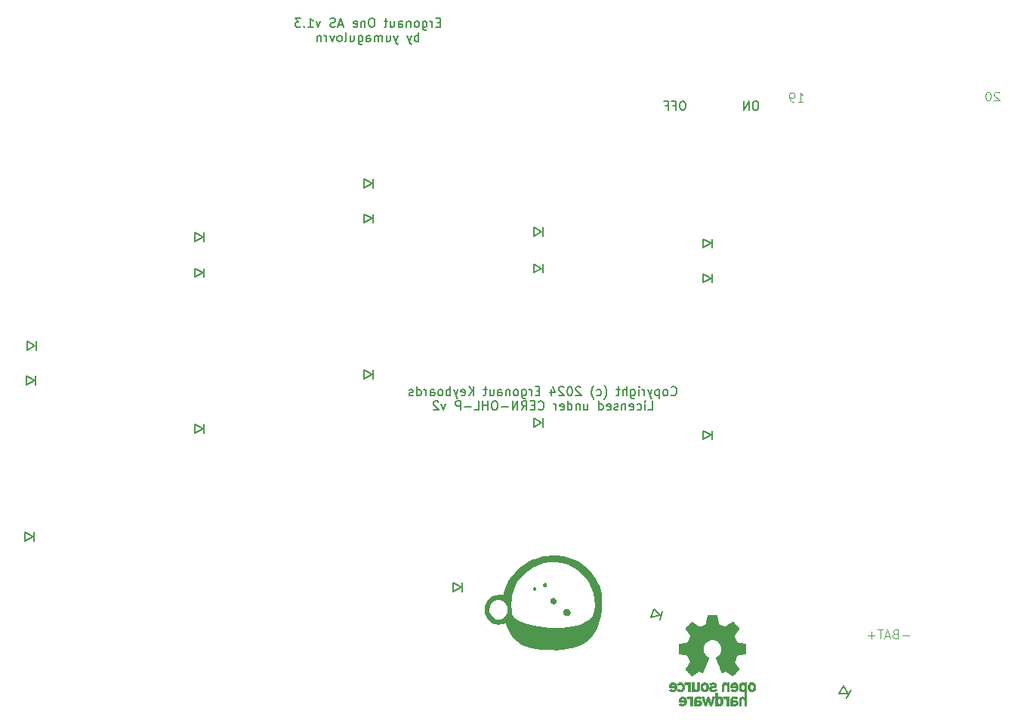
<source format=gbo>
%TF.GenerationSoftware,KiCad,Pcbnew,8.0.5*%
%TF.CreationDate,2024-10-08T05:15:30+03:00*%
%TF.ProjectId,1_3AS,315f3341-532e-46b6-9963-61645f706362,rev?*%
%TF.SameCoordinates,Original*%
%TF.FileFunction,Legend,Bot*%
%TF.FilePolarity,Positive*%
%FSLAX46Y46*%
G04 Gerber Fmt 4.6, Leading zero omitted, Abs format (unit mm)*
G04 Created by KiCad (PCBNEW 8.0.5) date 2024-10-08 05:15:30*
%MOMM*%
%LPD*%
G01*
G04 APERTURE LIST*
%ADD10C,0.200000*%
%ADD11C,0.100000*%
%ADD12C,0.150000*%
%ADD13C,0.000000*%
%ADD14C,0.010000*%
G04 APERTURE END LIST*
D10*
X149515238Y-50123437D02*
X149181905Y-50123437D01*
X149039048Y-50647247D02*
X149515238Y-50647247D01*
X149515238Y-50647247D02*
X149515238Y-49647247D01*
X149515238Y-49647247D02*
X149039048Y-49647247D01*
X148610476Y-50647247D02*
X148610476Y-49980580D01*
X148610476Y-50171056D02*
X148562857Y-50075818D01*
X148562857Y-50075818D02*
X148515238Y-50028199D01*
X148515238Y-50028199D02*
X148420000Y-49980580D01*
X148420000Y-49980580D02*
X148324762Y-49980580D01*
X147562857Y-49980580D02*
X147562857Y-50790104D01*
X147562857Y-50790104D02*
X147610476Y-50885342D01*
X147610476Y-50885342D02*
X147658095Y-50932961D01*
X147658095Y-50932961D02*
X147753333Y-50980580D01*
X147753333Y-50980580D02*
X147896190Y-50980580D01*
X147896190Y-50980580D02*
X147991428Y-50932961D01*
X147562857Y-50599628D02*
X147658095Y-50647247D01*
X147658095Y-50647247D02*
X147848571Y-50647247D01*
X147848571Y-50647247D02*
X147943809Y-50599628D01*
X147943809Y-50599628D02*
X147991428Y-50552008D01*
X147991428Y-50552008D02*
X148039047Y-50456770D01*
X148039047Y-50456770D02*
X148039047Y-50171056D01*
X148039047Y-50171056D02*
X147991428Y-50075818D01*
X147991428Y-50075818D02*
X147943809Y-50028199D01*
X147943809Y-50028199D02*
X147848571Y-49980580D01*
X147848571Y-49980580D02*
X147658095Y-49980580D01*
X147658095Y-49980580D02*
X147562857Y-50028199D01*
X146943809Y-50647247D02*
X147039047Y-50599628D01*
X147039047Y-50599628D02*
X147086666Y-50552008D01*
X147086666Y-50552008D02*
X147134285Y-50456770D01*
X147134285Y-50456770D02*
X147134285Y-50171056D01*
X147134285Y-50171056D02*
X147086666Y-50075818D01*
X147086666Y-50075818D02*
X147039047Y-50028199D01*
X147039047Y-50028199D02*
X146943809Y-49980580D01*
X146943809Y-49980580D02*
X146800952Y-49980580D01*
X146800952Y-49980580D02*
X146705714Y-50028199D01*
X146705714Y-50028199D02*
X146658095Y-50075818D01*
X146658095Y-50075818D02*
X146610476Y-50171056D01*
X146610476Y-50171056D02*
X146610476Y-50456770D01*
X146610476Y-50456770D02*
X146658095Y-50552008D01*
X146658095Y-50552008D02*
X146705714Y-50599628D01*
X146705714Y-50599628D02*
X146800952Y-50647247D01*
X146800952Y-50647247D02*
X146943809Y-50647247D01*
X146181904Y-49980580D02*
X146181904Y-50647247D01*
X146181904Y-50075818D02*
X146134285Y-50028199D01*
X146134285Y-50028199D02*
X146039047Y-49980580D01*
X146039047Y-49980580D02*
X145896190Y-49980580D01*
X145896190Y-49980580D02*
X145800952Y-50028199D01*
X145800952Y-50028199D02*
X145753333Y-50123437D01*
X145753333Y-50123437D02*
X145753333Y-50647247D01*
X144848571Y-50647247D02*
X144848571Y-50123437D01*
X144848571Y-50123437D02*
X144896190Y-50028199D01*
X144896190Y-50028199D02*
X144991428Y-49980580D01*
X144991428Y-49980580D02*
X145181904Y-49980580D01*
X145181904Y-49980580D02*
X145277142Y-50028199D01*
X144848571Y-50599628D02*
X144943809Y-50647247D01*
X144943809Y-50647247D02*
X145181904Y-50647247D01*
X145181904Y-50647247D02*
X145277142Y-50599628D01*
X145277142Y-50599628D02*
X145324761Y-50504389D01*
X145324761Y-50504389D02*
X145324761Y-50409151D01*
X145324761Y-50409151D02*
X145277142Y-50313913D01*
X145277142Y-50313913D02*
X145181904Y-50266294D01*
X145181904Y-50266294D02*
X144943809Y-50266294D01*
X144943809Y-50266294D02*
X144848571Y-50218675D01*
X143943809Y-49980580D02*
X143943809Y-50647247D01*
X144372380Y-49980580D02*
X144372380Y-50504389D01*
X144372380Y-50504389D02*
X144324761Y-50599628D01*
X144324761Y-50599628D02*
X144229523Y-50647247D01*
X144229523Y-50647247D02*
X144086666Y-50647247D01*
X144086666Y-50647247D02*
X143991428Y-50599628D01*
X143991428Y-50599628D02*
X143943809Y-50552008D01*
X143610475Y-49980580D02*
X143229523Y-49980580D01*
X143467618Y-49647247D02*
X143467618Y-50504389D01*
X143467618Y-50504389D02*
X143419999Y-50599628D01*
X143419999Y-50599628D02*
X143324761Y-50647247D01*
X143324761Y-50647247D02*
X143229523Y-50647247D01*
X141943808Y-49647247D02*
X141753332Y-49647247D01*
X141753332Y-49647247D02*
X141658094Y-49694866D01*
X141658094Y-49694866D02*
X141562856Y-49790104D01*
X141562856Y-49790104D02*
X141515237Y-49980580D01*
X141515237Y-49980580D02*
X141515237Y-50313913D01*
X141515237Y-50313913D02*
X141562856Y-50504389D01*
X141562856Y-50504389D02*
X141658094Y-50599628D01*
X141658094Y-50599628D02*
X141753332Y-50647247D01*
X141753332Y-50647247D02*
X141943808Y-50647247D01*
X141943808Y-50647247D02*
X142039046Y-50599628D01*
X142039046Y-50599628D02*
X142134284Y-50504389D01*
X142134284Y-50504389D02*
X142181903Y-50313913D01*
X142181903Y-50313913D02*
X142181903Y-49980580D01*
X142181903Y-49980580D02*
X142134284Y-49790104D01*
X142134284Y-49790104D02*
X142039046Y-49694866D01*
X142039046Y-49694866D02*
X141943808Y-49647247D01*
X141086665Y-49980580D02*
X141086665Y-50647247D01*
X141086665Y-50075818D02*
X141039046Y-50028199D01*
X141039046Y-50028199D02*
X140943808Y-49980580D01*
X140943808Y-49980580D02*
X140800951Y-49980580D01*
X140800951Y-49980580D02*
X140705713Y-50028199D01*
X140705713Y-50028199D02*
X140658094Y-50123437D01*
X140658094Y-50123437D02*
X140658094Y-50647247D01*
X139800951Y-50599628D02*
X139896189Y-50647247D01*
X139896189Y-50647247D02*
X140086665Y-50647247D01*
X140086665Y-50647247D02*
X140181903Y-50599628D01*
X140181903Y-50599628D02*
X140229522Y-50504389D01*
X140229522Y-50504389D02*
X140229522Y-50123437D01*
X140229522Y-50123437D02*
X140181903Y-50028199D01*
X140181903Y-50028199D02*
X140086665Y-49980580D01*
X140086665Y-49980580D02*
X139896189Y-49980580D01*
X139896189Y-49980580D02*
X139800951Y-50028199D01*
X139800951Y-50028199D02*
X139753332Y-50123437D01*
X139753332Y-50123437D02*
X139753332Y-50218675D01*
X139753332Y-50218675D02*
X140229522Y-50313913D01*
X138610474Y-50361532D02*
X138134284Y-50361532D01*
X138705712Y-50647247D02*
X138372379Y-49647247D01*
X138372379Y-49647247D02*
X138039046Y-50647247D01*
X137753331Y-50599628D02*
X137610474Y-50647247D01*
X137610474Y-50647247D02*
X137372379Y-50647247D01*
X137372379Y-50647247D02*
X137277141Y-50599628D01*
X137277141Y-50599628D02*
X137229522Y-50552008D01*
X137229522Y-50552008D02*
X137181903Y-50456770D01*
X137181903Y-50456770D02*
X137181903Y-50361532D01*
X137181903Y-50361532D02*
X137229522Y-50266294D01*
X137229522Y-50266294D02*
X137277141Y-50218675D01*
X137277141Y-50218675D02*
X137372379Y-50171056D01*
X137372379Y-50171056D02*
X137562855Y-50123437D01*
X137562855Y-50123437D02*
X137658093Y-50075818D01*
X137658093Y-50075818D02*
X137705712Y-50028199D01*
X137705712Y-50028199D02*
X137753331Y-49932961D01*
X137753331Y-49932961D02*
X137753331Y-49837723D01*
X137753331Y-49837723D02*
X137705712Y-49742485D01*
X137705712Y-49742485D02*
X137658093Y-49694866D01*
X137658093Y-49694866D02*
X137562855Y-49647247D01*
X137562855Y-49647247D02*
X137324760Y-49647247D01*
X137324760Y-49647247D02*
X137181903Y-49694866D01*
X136086664Y-49980580D02*
X135848569Y-50647247D01*
X135848569Y-50647247D02*
X135610474Y-49980580D01*
X134705712Y-50647247D02*
X135277140Y-50647247D01*
X134991426Y-50647247D02*
X134991426Y-49647247D01*
X134991426Y-49647247D02*
X135086664Y-49790104D01*
X135086664Y-49790104D02*
X135181902Y-49885342D01*
X135181902Y-49885342D02*
X135277140Y-49932961D01*
X134277140Y-50552008D02*
X134229521Y-50599628D01*
X134229521Y-50599628D02*
X134277140Y-50647247D01*
X134277140Y-50647247D02*
X134324759Y-50599628D01*
X134324759Y-50599628D02*
X134277140Y-50552008D01*
X134277140Y-50552008D02*
X134277140Y-50647247D01*
X133896188Y-49647247D02*
X133277141Y-49647247D01*
X133277141Y-49647247D02*
X133610474Y-50028199D01*
X133610474Y-50028199D02*
X133467617Y-50028199D01*
X133467617Y-50028199D02*
X133372379Y-50075818D01*
X133372379Y-50075818D02*
X133324760Y-50123437D01*
X133324760Y-50123437D02*
X133277141Y-50218675D01*
X133277141Y-50218675D02*
X133277141Y-50456770D01*
X133277141Y-50456770D02*
X133324760Y-50552008D01*
X133324760Y-50552008D02*
X133372379Y-50599628D01*
X133372379Y-50599628D02*
X133467617Y-50647247D01*
X133467617Y-50647247D02*
X133753331Y-50647247D01*
X133753331Y-50647247D02*
X133848569Y-50599628D01*
X133848569Y-50599628D02*
X133896188Y-50552008D01*
X147110476Y-52257191D02*
X147110476Y-51257191D01*
X147110476Y-51638143D02*
X147015238Y-51590524D01*
X147015238Y-51590524D02*
X146824762Y-51590524D01*
X146824762Y-51590524D02*
X146729524Y-51638143D01*
X146729524Y-51638143D02*
X146681905Y-51685762D01*
X146681905Y-51685762D02*
X146634286Y-51781000D01*
X146634286Y-51781000D02*
X146634286Y-52066714D01*
X146634286Y-52066714D02*
X146681905Y-52161952D01*
X146681905Y-52161952D02*
X146729524Y-52209572D01*
X146729524Y-52209572D02*
X146824762Y-52257191D01*
X146824762Y-52257191D02*
X147015238Y-52257191D01*
X147015238Y-52257191D02*
X147110476Y-52209572D01*
X146300952Y-51590524D02*
X146062857Y-52257191D01*
X145824762Y-51590524D02*
X146062857Y-52257191D01*
X146062857Y-52257191D02*
X146158095Y-52495286D01*
X146158095Y-52495286D02*
X146205714Y-52542905D01*
X146205714Y-52542905D02*
X146300952Y-52590524D01*
X144777142Y-51590524D02*
X144539047Y-52257191D01*
X144300952Y-51590524D02*
X144539047Y-52257191D01*
X144539047Y-52257191D02*
X144634285Y-52495286D01*
X144634285Y-52495286D02*
X144681904Y-52542905D01*
X144681904Y-52542905D02*
X144777142Y-52590524D01*
X143491428Y-51590524D02*
X143491428Y-52257191D01*
X143919999Y-51590524D02*
X143919999Y-52114333D01*
X143919999Y-52114333D02*
X143872380Y-52209572D01*
X143872380Y-52209572D02*
X143777142Y-52257191D01*
X143777142Y-52257191D02*
X143634285Y-52257191D01*
X143634285Y-52257191D02*
X143539047Y-52209572D01*
X143539047Y-52209572D02*
X143491428Y-52161952D01*
X143015237Y-52257191D02*
X143015237Y-51590524D01*
X143015237Y-51685762D02*
X142967618Y-51638143D01*
X142967618Y-51638143D02*
X142872380Y-51590524D01*
X142872380Y-51590524D02*
X142729523Y-51590524D01*
X142729523Y-51590524D02*
X142634285Y-51638143D01*
X142634285Y-51638143D02*
X142586666Y-51733381D01*
X142586666Y-51733381D02*
X142586666Y-52257191D01*
X142586666Y-51733381D02*
X142539047Y-51638143D01*
X142539047Y-51638143D02*
X142443809Y-51590524D01*
X142443809Y-51590524D02*
X142300952Y-51590524D01*
X142300952Y-51590524D02*
X142205713Y-51638143D01*
X142205713Y-51638143D02*
X142158094Y-51733381D01*
X142158094Y-51733381D02*
X142158094Y-52257191D01*
X141253333Y-52257191D02*
X141253333Y-51733381D01*
X141253333Y-51733381D02*
X141300952Y-51638143D01*
X141300952Y-51638143D02*
X141396190Y-51590524D01*
X141396190Y-51590524D02*
X141586666Y-51590524D01*
X141586666Y-51590524D02*
X141681904Y-51638143D01*
X141253333Y-52209572D02*
X141348571Y-52257191D01*
X141348571Y-52257191D02*
X141586666Y-52257191D01*
X141586666Y-52257191D02*
X141681904Y-52209572D01*
X141681904Y-52209572D02*
X141729523Y-52114333D01*
X141729523Y-52114333D02*
X141729523Y-52019095D01*
X141729523Y-52019095D02*
X141681904Y-51923857D01*
X141681904Y-51923857D02*
X141586666Y-51876238D01*
X141586666Y-51876238D02*
X141348571Y-51876238D01*
X141348571Y-51876238D02*
X141253333Y-51828619D01*
X140348571Y-51590524D02*
X140348571Y-52400048D01*
X140348571Y-52400048D02*
X140396190Y-52495286D01*
X140396190Y-52495286D02*
X140443809Y-52542905D01*
X140443809Y-52542905D02*
X140539047Y-52590524D01*
X140539047Y-52590524D02*
X140681904Y-52590524D01*
X140681904Y-52590524D02*
X140777142Y-52542905D01*
X140348571Y-52209572D02*
X140443809Y-52257191D01*
X140443809Y-52257191D02*
X140634285Y-52257191D01*
X140634285Y-52257191D02*
X140729523Y-52209572D01*
X140729523Y-52209572D02*
X140777142Y-52161952D01*
X140777142Y-52161952D02*
X140824761Y-52066714D01*
X140824761Y-52066714D02*
X140824761Y-51781000D01*
X140824761Y-51781000D02*
X140777142Y-51685762D01*
X140777142Y-51685762D02*
X140729523Y-51638143D01*
X140729523Y-51638143D02*
X140634285Y-51590524D01*
X140634285Y-51590524D02*
X140443809Y-51590524D01*
X140443809Y-51590524D02*
X140348571Y-51638143D01*
X139443809Y-51590524D02*
X139443809Y-52257191D01*
X139872380Y-51590524D02*
X139872380Y-52114333D01*
X139872380Y-52114333D02*
X139824761Y-52209572D01*
X139824761Y-52209572D02*
X139729523Y-52257191D01*
X139729523Y-52257191D02*
X139586666Y-52257191D01*
X139586666Y-52257191D02*
X139491428Y-52209572D01*
X139491428Y-52209572D02*
X139443809Y-52161952D01*
X138824761Y-52257191D02*
X138919999Y-52209572D01*
X138919999Y-52209572D02*
X138967618Y-52114333D01*
X138967618Y-52114333D02*
X138967618Y-51257191D01*
X138300951Y-52257191D02*
X138396189Y-52209572D01*
X138396189Y-52209572D02*
X138443808Y-52161952D01*
X138443808Y-52161952D02*
X138491427Y-52066714D01*
X138491427Y-52066714D02*
X138491427Y-51781000D01*
X138491427Y-51781000D02*
X138443808Y-51685762D01*
X138443808Y-51685762D02*
X138396189Y-51638143D01*
X138396189Y-51638143D02*
X138300951Y-51590524D01*
X138300951Y-51590524D02*
X138158094Y-51590524D01*
X138158094Y-51590524D02*
X138062856Y-51638143D01*
X138062856Y-51638143D02*
X138015237Y-51685762D01*
X138015237Y-51685762D02*
X137967618Y-51781000D01*
X137967618Y-51781000D02*
X137967618Y-52066714D01*
X137967618Y-52066714D02*
X138015237Y-52161952D01*
X138015237Y-52161952D02*
X138062856Y-52209572D01*
X138062856Y-52209572D02*
X138158094Y-52257191D01*
X138158094Y-52257191D02*
X138300951Y-52257191D01*
X137634284Y-51590524D02*
X137396189Y-52257191D01*
X137396189Y-52257191D02*
X137158094Y-51590524D01*
X136777141Y-52257191D02*
X136777141Y-51590524D01*
X136777141Y-51781000D02*
X136729522Y-51685762D01*
X136729522Y-51685762D02*
X136681903Y-51638143D01*
X136681903Y-51638143D02*
X136586665Y-51590524D01*
X136586665Y-51590524D02*
X136491427Y-51590524D01*
X136158093Y-51590524D02*
X136158093Y-52257191D01*
X136158093Y-51685762D02*
X136110474Y-51638143D01*
X136110474Y-51638143D02*
X136015236Y-51590524D01*
X136015236Y-51590524D02*
X135872379Y-51590524D01*
X135872379Y-51590524D02*
X135777141Y-51638143D01*
X135777141Y-51638143D02*
X135729522Y-51733381D01*
X135729522Y-51733381D02*
X135729522Y-52257191D01*
X175416955Y-91881008D02*
X175464574Y-91928628D01*
X175464574Y-91928628D02*
X175607431Y-91976247D01*
X175607431Y-91976247D02*
X175702669Y-91976247D01*
X175702669Y-91976247D02*
X175845526Y-91928628D01*
X175845526Y-91928628D02*
X175940764Y-91833389D01*
X175940764Y-91833389D02*
X175988383Y-91738151D01*
X175988383Y-91738151D02*
X176036002Y-91547675D01*
X176036002Y-91547675D02*
X176036002Y-91404818D01*
X176036002Y-91404818D02*
X175988383Y-91214342D01*
X175988383Y-91214342D02*
X175940764Y-91119104D01*
X175940764Y-91119104D02*
X175845526Y-91023866D01*
X175845526Y-91023866D02*
X175702669Y-90976247D01*
X175702669Y-90976247D02*
X175607431Y-90976247D01*
X175607431Y-90976247D02*
X175464574Y-91023866D01*
X175464574Y-91023866D02*
X175416955Y-91071485D01*
X174845526Y-91976247D02*
X174940764Y-91928628D01*
X174940764Y-91928628D02*
X174988383Y-91881008D01*
X174988383Y-91881008D02*
X175036002Y-91785770D01*
X175036002Y-91785770D02*
X175036002Y-91500056D01*
X175036002Y-91500056D02*
X174988383Y-91404818D01*
X174988383Y-91404818D02*
X174940764Y-91357199D01*
X174940764Y-91357199D02*
X174845526Y-91309580D01*
X174845526Y-91309580D02*
X174702669Y-91309580D01*
X174702669Y-91309580D02*
X174607431Y-91357199D01*
X174607431Y-91357199D02*
X174559812Y-91404818D01*
X174559812Y-91404818D02*
X174512193Y-91500056D01*
X174512193Y-91500056D02*
X174512193Y-91785770D01*
X174512193Y-91785770D02*
X174559812Y-91881008D01*
X174559812Y-91881008D02*
X174607431Y-91928628D01*
X174607431Y-91928628D02*
X174702669Y-91976247D01*
X174702669Y-91976247D02*
X174845526Y-91976247D01*
X174083621Y-91309580D02*
X174083621Y-92309580D01*
X174083621Y-91357199D02*
X173988383Y-91309580D01*
X173988383Y-91309580D02*
X173797907Y-91309580D01*
X173797907Y-91309580D02*
X173702669Y-91357199D01*
X173702669Y-91357199D02*
X173655050Y-91404818D01*
X173655050Y-91404818D02*
X173607431Y-91500056D01*
X173607431Y-91500056D02*
X173607431Y-91785770D01*
X173607431Y-91785770D02*
X173655050Y-91881008D01*
X173655050Y-91881008D02*
X173702669Y-91928628D01*
X173702669Y-91928628D02*
X173797907Y-91976247D01*
X173797907Y-91976247D02*
X173988383Y-91976247D01*
X173988383Y-91976247D02*
X174083621Y-91928628D01*
X173274097Y-91309580D02*
X173036002Y-91976247D01*
X172797907Y-91309580D02*
X173036002Y-91976247D01*
X173036002Y-91976247D02*
X173131240Y-92214342D01*
X173131240Y-92214342D02*
X173178859Y-92261961D01*
X173178859Y-92261961D02*
X173274097Y-92309580D01*
X172416954Y-91976247D02*
X172416954Y-91309580D01*
X172416954Y-91500056D02*
X172369335Y-91404818D01*
X172369335Y-91404818D02*
X172321716Y-91357199D01*
X172321716Y-91357199D02*
X172226478Y-91309580D01*
X172226478Y-91309580D02*
X172131240Y-91309580D01*
X171797906Y-91976247D02*
X171797906Y-91309580D01*
X171797906Y-90976247D02*
X171845525Y-91023866D01*
X171845525Y-91023866D02*
X171797906Y-91071485D01*
X171797906Y-91071485D02*
X171750287Y-91023866D01*
X171750287Y-91023866D02*
X171797906Y-90976247D01*
X171797906Y-90976247D02*
X171797906Y-91071485D01*
X170893145Y-91309580D02*
X170893145Y-92119104D01*
X170893145Y-92119104D02*
X170940764Y-92214342D01*
X170940764Y-92214342D02*
X170988383Y-92261961D01*
X170988383Y-92261961D02*
X171083621Y-92309580D01*
X171083621Y-92309580D02*
X171226478Y-92309580D01*
X171226478Y-92309580D02*
X171321716Y-92261961D01*
X170893145Y-91928628D02*
X170988383Y-91976247D01*
X170988383Y-91976247D02*
X171178859Y-91976247D01*
X171178859Y-91976247D02*
X171274097Y-91928628D01*
X171274097Y-91928628D02*
X171321716Y-91881008D01*
X171321716Y-91881008D02*
X171369335Y-91785770D01*
X171369335Y-91785770D02*
X171369335Y-91500056D01*
X171369335Y-91500056D02*
X171321716Y-91404818D01*
X171321716Y-91404818D02*
X171274097Y-91357199D01*
X171274097Y-91357199D02*
X171178859Y-91309580D01*
X171178859Y-91309580D02*
X170988383Y-91309580D01*
X170988383Y-91309580D02*
X170893145Y-91357199D01*
X170416954Y-91976247D02*
X170416954Y-90976247D01*
X169988383Y-91976247D02*
X169988383Y-91452437D01*
X169988383Y-91452437D02*
X170036002Y-91357199D01*
X170036002Y-91357199D02*
X170131240Y-91309580D01*
X170131240Y-91309580D02*
X170274097Y-91309580D01*
X170274097Y-91309580D02*
X170369335Y-91357199D01*
X170369335Y-91357199D02*
X170416954Y-91404818D01*
X169655049Y-91309580D02*
X169274097Y-91309580D01*
X169512192Y-90976247D02*
X169512192Y-91833389D01*
X169512192Y-91833389D02*
X169464573Y-91928628D01*
X169464573Y-91928628D02*
X169369335Y-91976247D01*
X169369335Y-91976247D02*
X169274097Y-91976247D01*
X167893144Y-92357199D02*
X167940763Y-92309580D01*
X167940763Y-92309580D02*
X168036001Y-92166723D01*
X168036001Y-92166723D02*
X168083620Y-92071485D01*
X168083620Y-92071485D02*
X168131239Y-91928628D01*
X168131239Y-91928628D02*
X168178858Y-91690532D01*
X168178858Y-91690532D02*
X168178858Y-91500056D01*
X168178858Y-91500056D02*
X168131239Y-91261961D01*
X168131239Y-91261961D02*
X168083620Y-91119104D01*
X168083620Y-91119104D02*
X168036001Y-91023866D01*
X168036001Y-91023866D02*
X167940763Y-90881008D01*
X167940763Y-90881008D02*
X167893144Y-90833389D01*
X167083620Y-91928628D02*
X167178858Y-91976247D01*
X167178858Y-91976247D02*
X167369334Y-91976247D01*
X167369334Y-91976247D02*
X167464572Y-91928628D01*
X167464572Y-91928628D02*
X167512191Y-91881008D01*
X167512191Y-91881008D02*
X167559810Y-91785770D01*
X167559810Y-91785770D02*
X167559810Y-91500056D01*
X167559810Y-91500056D02*
X167512191Y-91404818D01*
X167512191Y-91404818D02*
X167464572Y-91357199D01*
X167464572Y-91357199D02*
X167369334Y-91309580D01*
X167369334Y-91309580D02*
X167178858Y-91309580D01*
X167178858Y-91309580D02*
X167083620Y-91357199D01*
X166750286Y-92357199D02*
X166702667Y-92309580D01*
X166702667Y-92309580D02*
X166607429Y-92166723D01*
X166607429Y-92166723D02*
X166559810Y-92071485D01*
X166559810Y-92071485D02*
X166512191Y-91928628D01*
X166512191Y-91928628D02*
X166464572Y-91690532D01*
X166464572Y-91690532D02*
X166464572Y-91500056D01*
X166464572Y-91500056D02*
X166512191Y-91261961D01*
X166512191Y-91261961D02*
X166559810Y-91119104D01*
X166559810Y-91119104D02*
X166607429Y-91023866D01*
X166607429Y-91023866D02*
X166702667Y-90881008D01*
X166702667Y-90881008D02*
X166750286Y-90833389D01*
X165274095Y-91071485D02*
X165226476Y-91023866D01*
X165226476Y-91023866D02*
X165131238Y-90976247D01*
X165131238Y-90976247D02*
X164893143Y-90976247D01*
X164893143Y-90976247D02*
X164797905Y-91023866D01*
X164797905Y-91023866D02*
X164750286Y-91071485D01*
X164750286Y-91071485D02*
X164702667Y-91166723D01*
X164702667Y-91166723D02*
X164702667Y-91261961D01*
X164702667Y-91261961D02*
X164750286Y-91404818D01*
X164750286Y-91404818D02*
X165321714Y-91976247D01*
X165321714Y-91976247D02*
X164702667Y-91976247D01*
X164083619Y-90976247D02*
X163988381Y-90976247D01*
X163988381Y-90976247D02*
X163893143Y-91023866D01*
X163893143Y-91023866D02*
X163845524Y-91071485D01*
X163845524Y-91071485D02*
X163797905Y-91166723D01*
X163797905Y-91166723D02*
X163750286Y-91357199D01*
X163750286Y-91357199D02*
X163750286Y-91595294D01*
X163750286Y-91595294D02*
X163797905Y-91785770D01*
X163797905Y-91785770D02*
X163845524Y-91881008D01*
X163845524Y-91881008D02*
X163893143Y-91928628D01*
X163893143Y-91928628D02*
X163988381Y-91976247D01*
X163988381Y-91976247D02*
X164083619Y-91976247D01*
X164083619Y-91976247D02*
X164178857Y-91928628D01*
X164178857Y-91928628D02*
X164226476Y-91881008D01*
X164226476Y-91881008D02*
X164274095Y-91785770D01*
X164274095Y-91785770D02*
X164321714Y-91595294D01*
X164321714Y-91595294D02*
X164321714Y-91357199D01*
X164321714Y-91357199D02*
X164274095Y-91166723D01*
X164274095Y-91166723D02*
X164226476Y-91071485D01*
X164226476Y-91071485D02*
X164178857Y-91023866D01*
X164178857Y-91023866D02*
X164083619Y-90976247D01*
X163369333Y-91071485D02*
X163321714Y-91023866D01*
X163321714Y-91023866D02*
X163226476Y-90976247D01*
X163226476Y-90976247D02*
X162988381Y-90976247D01*
X162988381Y-90976247D02*
X162893143Y-91023866D01*
X162893143Y-91023866D02*
X162845524Y-91071485D01*
X162845524Y-91071485D02*
X162797905Y-91166723D01*
X162797905Y-91166723D02*
X162797905Y-91261961D01*
X162797905Y-91261961D02*
X162845524Y-91404818D01*
X162845524Y-91404818D02*
X163416952Y-91976247D01*
X163416952Y-91976247D02*
X162797905Y-91976247D01*
X161940762Y-91309580D02*
X161940762Y-91976247D01*
X162178857Y-90928628D02*
X162416952Y-91642913D01*
X162416952Y-91642913D02*
X161797905Y-91642913D01*
X160655047Y-91452437D02*
X160321714Y-91452437D01*
X160178857Y-91976247D02*
X160655047Y-91976247D01*
X160655047Y-91976247D02*
X160655047Y-90976247D01*
X160655047Y-90976247D02*
X160178857Y-90976247D01*
X159750285Y-91976247D02*
X159750285Y-91309580D01*
X159750285Y-91500056D02*
X159702666Y-91404818D01*
X159702666Y-91404818D02*
X159655047Y-91357199D01*
X159655047Y-91357199D02*
X159559809Y-91309580D01*
X159559809Y-91309580D02*
X159464571Y-91309580D01*
X158702666Y-91309580D02*
X158702666Y-92119104D01*
X158702666Y-92119104D02*
X158750285Y-92214342D01*
X158750285Y-92214342D02*
X158797904Y-92261961D01*
X158797904Y-92261961D02*
X158893142Y-92309580D01*
X158893142Y-92309580D02*
X159035999Y-92309580D01*
X159035999Y-92309580D02*
X159131237Y-92261961D01*
X158702666Y-91928628D02*
X158797904Y-91976247D01*
X158797904Y-91976247D02*
X158988380Y-91976247D01*
X158988380Y-91976247D02*
X159083618Y-91928628D01*
X159083618Y-91928628D02*
X159131237Y-91881008D01*
X159131237Y-91881008D02*
X159178856Y-91785770D01*
X159178856Y-91785770D02*
X159178856Y-91500056D01*
X159178856Y-91500056D02*
X159131237Y-91404818D01*
X159131237Y-91404818D02*
X159083618Y-91357199D01*
X159083618Y-91357199D02*
X158988380Y-91309580D01*
X158988380Y-91309580D02*
X158797904Y-91309580D01*
X158797904Y-91309580D02*
X158702666Y-91357199D01*
X158083618Y-91976247D02*
X158178856Y-91928628D01*
X158178856Y-91928628D02*
X158226475Y-91881008D01*
X158226475Y-91881008D02*
X158274094Y-91785770D01*
X158274094Y-91785770D02*
X158274094Y-91500056D01*
X158274094Y-91500056D02*
X158226475Y-91404818D01*
X158226475Y-91404818D02*
X158178856Y-91357199D01*
X158178856Y-91357199D02*
X158083618Y-91309580D01*
X158083618Y-91309580D02*
X157940761Y-91309580D01*
X157940761Y-91309580D02*
X157845523Y-91357199D01*
X157845523Y-91357199D02*
X157797904Y-91404818D01*
X157797904Y-91404818D02*
X157750285Y-91500056D01*
X157750285Y-91500056D02*
X157750285Y-91785770D01*
X157750285Y-91785770D02*
X157797904Y-91881008D01*
X157797904Y-91881008D02*
X157845523Y-91928628D01*
X157845523Y-91928628D02*
X157940761Y-91976247D01*
X157940761Y-91976247D02*
X158083618Y-91976247D01*
X157321713Y-91309580D02*
X157321713Y-91976247D01*
X157321713Y-91404818D02*
X157274094Y-91357199D01*
X157274094Y-91357199D02*
X157178856Y-91309580D01*
X157178856Y-91309580D02*
X157035999Y-91309580D01*
X157035999Y-91309580D02*
X156940761Y-91357199D01*
X156940761Y-91357199D02*
X156893142Y-91452437D01*
X156893142Y-91452437D02*
X156893142Y-91976247D01*
X155988380Y-91976247D02*
X155988380Y-91452437D01*
X155988380Y-91452437D02*
X156035999Y-91357199D01*
X156035999Y-91357199D02*
X156131237Y-91309580D01*
X156131237Y-91309580D02*
X156321713Y-91309580D01*
X156321713Y-91309580D02*
X156416951Y-91357199D01*
X155988380Y-91928628D02*
X156083618Y-91976247D01*
X156083618Y-91976247D02*
X156321713Y-91976247D01*
X156321713Y-91976247D02*
X156416951Y-91928628D01*
X156416951Y-91928628D02*
X156464570Y-91833389D01*
X156464570Y-91833389D02*
X156464570Y-91738151D01*
X156464570Y-91738151D02*
X156416951Y-91642913D01*
X156416951Y-91642913D02*
X156321713Y-91595294D01*
X156321713Y-91595294D02*
X156083618Y-91595294D01*
X156083618Y-91595294D02*
X155988380Y-91547675D01*
X155083618Y-91309580D02*
X155083618Y-91976247D01*
X155512189Y-91309580D02*
X155512189Y-91833389D01*
X155512189Y-91833389D02*
X155464570Y-91928628D01*
X155464570Y-91928628D02*
X155369332Y-91976247D01*
X155369332Y-91976247D02*
X155226475Y-91976247D01*
X155226475Y-91976247D02*
X155131237Y-91928628D01*
X155131237Y-91928628D02*
X155083618Y-91881008D01*
X154750284Y-91309580D02*
X154369332Y-91309580D01*
X154607427Y-90976247D02*
X154607427Y-91833389D01*
X154607427Y-91833389D02*
X154559808Y-91928628D01*
X154559808Y-91928628D02*
X154464570Y-91976247D01*
X154464570Y-91976247D02*
X154369332Y-91976247D01*
X153274093Y-91976247D02*
X153274093Y-90976247D01*
X152702665Y-91976247D02*
X153131236Y-91404818D01*
X152702665Y-90976247D02*
X153274093Y-91547675D01*
X151893141Y-91928628D02*
X151988379Y-91976247D01*
X151988379Y-91976247D02*
X152178855Y-91976247D01*
X152178855Y-91976247D02*
X152274093Y-91928628D01*
X152274093Y-91928628D02*
X152321712Y-91833389D01*
X152321712Y-91833389D02*
X152321712Y-91452437D01*
X152321712Y-91452437D02*
X152274093Y-91357199D01*
X152274093Y-91357199D02*
X152178855Y-91309580D01*
X152178855Y-91309580D02*
X151988379Y-91309580D01*
X151988379Y-91309580D02*
X151893141Y-91357199D01*
X151893141Y-91357199D02*
X151845522Y-91452437D01*
X151845522Y-91452437D02*
X151845522Y-91547675D01*
X151845522Y-91547675D02*
X152321712Y-91642913D01*
X151512188Y-91309580D02*
X151274093Y-91976247D01*
X151035998Y-91309580D02*
X151274093Y-91976247D01*
X151274093Y-91976247D02*
X151369331Y-92214342D01*
X151369331Y-92214342D02*
X151416950Y-92261961D01*
X151416950Y-92261961D02*
X151512188Y-92309580D01*
X150655045Y-91976247D02*
X150655045Y-90976247D01*
X150655045Y-91357199D02*
X150559807Y-91309580D01*
X150559807Y-91309580D02*
X150369331Y-91309580D01*
X150369331Y-91309580D02*
X150274093Y-91357199D01*
X150274093Y-91357199D02*
X150226474Y-91404818D01*
X150226474Y-91404818D02*
X150178855Y-91500056D01*
X150178855Y-91500056D02*
X150178855Y-91785770D01*
X150178855Y-91785770D02*
X150226474Y-91881008D01*
X150226474Y-91881008D02*
X150274093Y-91928628D01*
X150274093Y-91928628D02*
X150369331Y-91976247D01*
X150369331Y-91976247D02*
X150559807Y-91976247D01*
X150559807Y-91976247D02*
X150655045Y-91928628D01*
X149607426Y-91976247D02*
X149702664Y-91928628D01*
X149702664Y-91928628D02*
X149750283Y-91881008D01*
X149750283Y-91881008D02*
X149797902Y-91785770D01*
X149797902Y-91785770D02*
X149797902Y-91500056D01*
X149797902Y-91500056D02*
X149750283Y-91404818D01*
X149750283Y-91404818D02*
X149702664Y-91357199D01*
X149702664Y-91357199D02*
X149607426Y-91309580D01*
X149607426Y-91309580D02*
X149464569Y-91309580D01*
X149464569Y-91309580D02*
X149369331Y-91357199D01*
X149369331Y-91357199D02*
X149321712Y-91404818D01*
X149321712Y-91404818D02*
X149274093Y-91500056D01*
X149274093Y-91500056D02*
X149274093Y-91785770D01*
X149274093Y-91785770D02*
X149321712Y-91881008D01*
X149321712Y-91881008D02*
X149369331Y-91928628D01*
X149369331Y-91928628D02*
X149464569Y-91976247D01*
X149464569Y-91976247D02*
X149607426Y-91976247D01*
X148416950Y-91976247D02*
X148416950Y-91452437D01*
X148416950Y-91452437D02*
X148464569Y-91357199D01*
X148464569Y-91357199D02*
X148559807Y-91309580D01*
X148559807Y-91309580D02*
X148750283Y-91309580D01*
X148750283Y-91309580D02*
X148845521Y-91357199D01*
X148416950Y-91928628D02*
X148512188Y-91976247D01*
X148512188Y-91976247D02*
X148750283Y-91976247D01*
X148750283Y-91976247D02*
X148845521Y-91928628D01*
X148845521Y-91928628D02*
X148893140Y-91833389D01*
X148893140Y-91833389D02*
X148893140Y-91738151D01*
X148893140Y-91738151D02*
X148845521Y-91642913D01*
X148845521Y-91642913D02*
X148750283Y-91595294D01*
X148750283Y-91595294D02*
X148512188Y-91595294D01*
X148512188Y-91595294D02*
X148416950Y-91547675D01*
X147940759Y-91976247D02*
X147940759Y-91309580D01*
X147940759Y-91500056D02*
X147893140Y-91404818D01*
X147893140Y-91404818D02*
X147845521Y-91357199D01*
X147845521Y-91357199D02*
X147750283Y-91309580D01*
X147750283Y-91309580D02*
X147655045Y-91309580D01*
X146893140Y-91976247D02*
X146893140Y-90976247D01*
X146893140Y-91928628D02*
X146988378Y-91976247D01*
X146988378Y-91976247D02*
X147178854Y-91976247D01*
X147178854Y-91976247D02*
X147274092Y-91928628D01*
X147274092Y-91928628D02*
X147321711Y-91881008D01*
X147321711Y-91881008D02*
X147369330Y-91785770D01*
X147369330Y-91785770D02*
X147369330Y-91500056D01*
X147369330Y-91500056D02*
X147321711Y-91404818D01*
X147321711Y-91404818D02*
X147274092Y-91357199D01*
X147274092Y-91357199D02*
X147178854Y-91309580D01*
X147178854Y-91309580D02*
X146988378Y-91309580D01*
X146988378Y-91309580D02*
X146893140Y-91357199D01*
X146464568Y-91928628D02*
X146369330Y-91976247D01*
X146369330Y-91976247D02*
X146178854Y-91976247D01*
X146178854Y-91976247D02*
X146083616Y-91928628D01*
X146083616Y-91928628D02*
X146035997Y-91833389D01*
X146035997Y-91833389D02*
X146035997Y-91785770D01*
X146035997Y-91785770D02*
X146083616Y-91690532D01*
X146083616Y-91690532D02*
X146178854Y-91642913D01*
X146178854Y-91642913D02*
X146321711Y-91642913D01*
X146321711Y-91642913D02*
X146416949Y-91595294D01*
X146416949Y-91595294D02*
X146464568Y-91500056D01*
X146464568Y-91500056D02*
X146464568Y-91452437D01*
X146464568Y-91452437D02*
X146416949Y-91357199D01*
X146416949Y-91357199D02*
X146321711Y-91309580D01*
X146321711Y-91309580D02*
X146178854Y-91309580D01*
X146178854Y-91309580D02*
X146083616Y-91357199D01*
X172821715Y-93586191D02*
X173297905Y-93586191D01*
X173297905Y-93586191D02*
X173297905Y-92586191D01*
X172488381Y-93586191D02*
X172488381Y-92919524D01*
X172488381Y-92586191D02*
X172536000Y-92633810D01*
X172536000Y-92633810D02*
X172488381Y-92681429D01*
X172488381Y-92681429D02*
X172440762Y-92633810D01*
X172440762Y-92633810D02*
X172488381Y-92586191D01*
X172488381Y-92586191D02*
X172488381Y-92681429D01*
X171583620Y-93538572D02*
X171678858Y-93586191D01*
X171678858Y-93586191D02*
X171869334Y-93586191D01*
X171869334Y-93586191D02*
X171964572Y-93538572D01*
X171964572Y-93538572D02*
X172012191Y-93490952D01*
X172012191Y-93490952D02*
X172059810Y-93395714D01*
X172059810Y-93395714D02*
X172059810Y-93110000D01*
X172059810Y-93110000D02*
X172012191Y-93014762D01*
X172012191Y-93014762D02*
X171964572Y-92967143D01*
X171964572Y-92967143D02*
X171869334Y-92919524D01*
X171869334Y-92919524D02*
X171678858Y-92919524D01*
X171678858Y-92919524D02*
X171583620Y-92967143D01*
X170774096Y-93538572D02*
X170869334Y-93586191D01*
X170869334Y-93586191D02*
X171059810Y-93586191D01*
X171059810Y-93586191D02*
X171155048Y-93538572D01*
X171155048Y-93538572D02*
X171202667Y-93443333D01*
X171202667Y-93443333D02*
X171202667Y-93062381D01*
X171202667Y-93062381D02*
X171155048Y-92967143D01*
X171155048Y-92967143D02*
X171059810Y-92919524D01*
X171059810Y-92919524D02*
X170869334Y-92919524D01*
X170869334Y-92919524D02*
X170774096Y-92967143D01*
X170774096Y-92967143D02*
X170726477Y-93062381D01*
X170726477Y-93062381D02*
X170726477Y-93157619D01*
X170726477Y-93157619D02*
X171202667Y-93252857D01*
X170297905Y-92919524D02*
X170297905Y-93586191D01*
X170297905Y-93014762D02*
X170250286Y-92967143D01*
X170250286Y-92967143D02*
X170155048Y-92919524D01*
X170155048Y-92919524D02*
X170012191Y-92919524D01*
X170012191Y-92919524D02*
X169916953Y-92967143D01*
X169916953Y-92967143D02*
X169869334Y-93062381D01*
X169869334Y-93062381D02*
X169869334Y-93586191D01*
X169440762Y-93538572D02*
X169345524Y-93586191D01*
X169345524Y-93586191D02*
X169155048Y-93586191D01*
X169155048Y-93586191D02*
X169059810Y-93538572D01*
X169059810Y-93538572D02*
X169012191Y-93443333D01*
X169012191Y-93443333D02*
X169012191Y-93395714D01*
X169012191Y-93395714D02*
X169059810Y-93300476D01*
X169059810Y-93300476D02*
X169155048Y-93252857D01*
X169155048Y-93252857D02*
X169297905Y-93252857D01*
X169297905Y-93252857D02*
X169393143Y-93205238D01*
X169393143Y-93205238D02*
X169440762Y-93110000D01*
X169440762Y-93110000D02*
X169440762Y-93062381D01*
X169440762Y-93062381D02*
X169393143Y-92967143D01*
X169393143Y-92967143D02*
X169297905Y-92919524D01*
X169297905Y-92919524D02*
X169155048Y-92919524D01*
X169155048Y-92919524D02*
X169059810Y-92967143D01*
X168202667Y-93538572D02*
X168297905Y-93586191D01*
X168297905Y-93586191D02*
X168488381Y-93586191D01*
X168488381Y-93586191D02*
X168583619Y-93538572D01*
X168583619Y-93538572D02*
X168631238Y-93443333D01*
X168631238Y-93443333D02*
X168631238Y-93062381D01*
X168631238Y-93062381D02*
X168583619Y-92967143D01*
X168583619Y-92967143D02*
X168488381Y-92919524D01*
X168488381Y-92919524D02*
X168297905Y-92919524D01*
X168297905Y-92919524D02*
X168202667Y-92967143D01*
X168202667Y-92967143D02*
X168155048Y-93062381D01*
X168155048Y-93062381D02*
X168155048Y-93157619D01*
X168155048Y-93157619D02*
X168631238Y-93252857D01*
X167297905Y-93586191D02*
X167297905Y-92586191D01*
X167297905Y-93538572D02*
X167393143Y-93586191D01*
X167393143Y-93586191D02*
X167583619Y-93586191D01*
X167583619Y-93586191D02*
X167678857Y-93538572D01*
X167678857Y-93538572D02*
X167726476Y-93490952D01*
X167726476Y-93490952D02*
X167774095Y-93395714D01*
X167774095Y-93395714D02*
X167774095Y-93110000D01*
X167774095Y-93110000D02*
X167726476Y-93014762D01*
X167726476Y-93014762D02*
X167678857Y-92967143D01*
X167678857Y-92967143D02*
X167583619Y-92919524D01*
X167583619Y-92919524D02*
X167393143Y-92919524D01*
X167393143Y-92919524D02*
X167297905Y-92967143D01*
X165631238Y-92919524D02*
X165631238Y-93586191D01*
X166059809Y-92919524D02*
X166059809Y-93443333D01*
X166059809Y-93443333D02*
X166012190Y-93538572D01*
X166012190Y-93538572D02*
X165916952Y-93586191D01*
X165916952Y-93586191D02*
X165774095Y-93586191D01*
X165774095Y-93586191D02*
X165678857Y-93538572D01*
X165678857Y-93538572D02*
X165631238Y-93490952D01*
X165155047Y-92919524D02*
X165155047Y-93586191D01*
X165155047Y-93014762D02*
X165107428Y-92967143D01*
X165107428Y-92967143D02*
X165012190Y-92919524D01*
X165012190Y-92919524D02*
X164869333Y-92919524D01*
X164869333Y-92919524D02*
X164774095Y-92967143D01*
X164774095Y-92967143D02*
X164726476Y-93062381D01*
X164726476Y-93062381D02*
X164726476Y-93586191D01*
X163821714Y-93586191D02*
X163821714Y-92586191D01*
X163821714Y-93538572D02*
X163916952Y-93586191D01*
X163916952Y-93586191D02*
X164107428Y-93586191D01*
X164107428Y-93586191D02*
X164202666Y-93538572D01*
X164202666Y-93538572D02*
X164250285Y-93490952D01*
X164250285Y-93490952D02*
X164297904Y-93395714D01*
X164297904Y-93395714D02*
X164297904Y-93110000D01*
X164297904Y-93110000D02*
X164250285Y-93014762D01*
X164250285Y-93014762D02*
X164202666Y-92967143D01*
X164202666Y-92967143D02*
X164107428Y-92919524D01*
X164107428Y-92919524D02*
X163916952Y-92919524D01*
X163916952Y-92919524D02*
X163821714Y-92967143D01*
X162964571Y-93538572D02*
X163059809Y-93586191D01*
X163059809Y-93586191D02*
X163250285Y-93586191D01*
X163250285Y-93586191D02*
X163345523Y-93538572D01*
X163345523Y-93538572D02*
X163393142Y-93443333D01*
X163393142Y-93443333D02*
X163393142Y-93062381D01*
X163393142Y-93062381D02*
X163345523Y-92967143D01*
X163345523Y-92967143D02*
X163250285Y-92919524D01*
X163250285Y-92919524D02*
X163059809Y-92919524D01*
X163059809Y-92919524D02*
X162964571Y-92967143D01*
X162964571Y-92967143D02*
X162916952Y-93062381D01*
X162916952Y-93062381D02*
X162916952Y-93157619D01*
X162916952Y-93157619D02*
X163393142Y-93252857D01*
X162488380Y-93586191D02*
X162488380Y-92919524D01*
X162488380Y-93110000D02*
X162440761Y-93014762D01*
X162440761Y-93014762D02*
X162393142Y-92967143D01*
X162393142Y-92967143D02*
X162297904Y-92919524D01*
X162297904Y-92919524D02*
X162202666Y-92919524D01*
X160535999Y-93490952D02*
X160583618Y-93538572D01*
X160583618Y-93538572D02*
X160726475Y-93586191D01*
X160726475Y-93586191D02*
X160821713Y-93586191D01*
X160821713Y-93586191D02*
X160964570Y-93538572D01*
X160964570Y-93538572D02*
X161059808Y-93443333D01*
X161059808Y-93443333D02*
X161107427Y-93348095D01*
X161107427Y-93348095D02*
X161155046Y-93157619D01*
X161155046Y-93157619D02*
X161155046Y-93014762D01*
X161155046Y-93014762D02*
X161107427Y-92824286D01*
X161107427Y-92824286D02*
X161059808Y-92729048D01*
X161059808Y-92729048D02*
X160964570Y-92633810D01*
X160964570Y-92633810D02*
X160821713Y-92586191D01*
X160821713Y-92586191D02*
X160726475Y-92586191D01*
X160726475Y-92586191D02*
X160583618Y-92633810D01*
X160583618Y-92633810D02*
X160535999Y-92681429D01*
X160107427Y-93062381D02*
X159774094Y-93062381D01*
X159631237Y-93586191D02*
X160107427Y-93586191D01*
X160107427Y-93586191D02*
X160107427Y-92586191D01*
X160107427Y-92586191D02*
X159631237Y-92586191D01*
X158631237Y-93586191D02*
X158964570Y-93110000D01*
X159202665Y-93586191D02*
X159202665Y-92586191D01*
X159202665Y-92586191D02*
X158821713Y-92586191D01*
X158821713Y-92586191D02*
X158726475Y-92633810D01*
X158726475Y-92633810D02*
X158678856Y-92681429D01*
X158678856Y-92681429D02*
X158631237Y-92776667D01*
X158631237Y-92776667D02*
X158631237Y-92919524D01*
X158631237Y-92919524D02*
X158678856Y-93014762D01*
X158678856Y-93014762D02*
X158726475Y-93062381D01*
X158726475Y-93062381D02*
X158821713Y-93110000D01*
X158821713Y-93110000D02*
X159202665Y-93110000D01*
X158202665Y-93586191D02*
X158202665Y-92586191D01*
X158202665Y-92586191D02*
X157631237Y-93586191D01*
X157631237Y-93586191D02*
X157631237Y-92586191D01*
X157155046Y-93205238D02*
X156393142Y-93205238D01*
X155726475Y-92586191D02*
X155535999Y-92586191D01*
X155535999Y-92586191D02*
X155440761Y-92633810D01*
X155440761Y-92633810D02*
X155345523Y-92729048D01*
X155345523Y-92729048D02*
X155297904Y-92919524D01*
X155297904Y-92919524D02*
X155297904Y-93252857D01*
X155297904Y-93252857D02*
X155345523Y-93443333D01*
X155345523Y-93443333D02*
X155440761Y-93538572D01*
X155440761Y-93538572D02*
X155535999Y-93586191D01*
X155535999Y-93586191D02*
X155726475Y-93586191D01*
X155726475Y-93586191D02*
X155821713Y-93538572D01*
X155821713Y-93538572D02*
X155916951Y-93443333D01*
X155916951Y-93443333D02*
X155964570Y-93252857D01*
X155964570Y-93252857D02*
X155964570Y-92919524D01*
X155964570Y-92919524D02*
X155916951Y-92729048D01*
X155916951Y-92729048D02*
X155821713Y-92633810D01*
X155821713Y-92633810D02*
X155726475Y-92586191D01*
X154869332Y-93586191D02*
X154869332Y-92586191D01*
X154869332Y-93062381D02*
X154297904Y-93062381D01*
X154297904Y-93586191D02*
X154297904Y-92586191D01*
X153345523Y-93586191D02*
X153821713Y-93586191D01*
X153821713Y-93586191D02*
X153821713Y-92586191D01*
X153012189Y-93205238D02*
X152250285Y-93205238D01*
X151774094Y-93586191D02*
X151774094Y-92586191D01*
X151774094Y-92586191D02*
X151393142Y-92586191D01*
X151393142Y-92586191D02*
X151297904Y-92633810D01*
X151297904Y-92633810D02*
X151250285Y-92681429D01*
X151250285Y-92681429D02*
X151202666Y-92776667D01*
X151202666Y-92776667D02*
X151202666Y-92919524D01*
X151202666Y-92919524D02*
X151250285Y-93014762D01*
X151250285Y-93014762D02*
X151297904Y-93062381D01*
X151297904Y-93062381D02*
X151393142Y-93110000D01*
X151393142Y-93110000D02*
X151774094Y-93110000D01*
X150107427Y-92919524D02*
X149869332Y-93586191D01*
X149869332Y-93586191D02*
X149631237Y-92919524D01*
X149297903Y-92681429D02*
X149250284Y-92633810D01*
X149250284Y-92633810D02*
X149155046Y-92586191D01*
X149155046Y-92586191D02*
X148916951Y-92586191D01*
X148916951Y-92586191D02*
X148821713Y-92633810D01*
X148821713Y-92633810D02*
X148774094Y-92681429D01*
X148774094Y-92681429D02*
X148726475Y-92776667D01*
X148726475Y-92776667D02*
X148726475Y-92871905D01*
X148726475Y-92871905D02*
X148774094Y-93014762D01*
X148774094Y-93014762D02*
X149345522Y-93586191D01*
X149345522Y-93586191D02*
X148726475Y-93586191D01*
D11*
X202090115Y-118847466D02*
X201328211Y-118847466D01*
X200518687Y-118704609D02*
X200375830Y-118752228D01*
X200375830Y-118752228D02*
X200328211Y-118799847D01*
X200328211Y-118799847D02*
X200280592Y-118895085D01*
X200280592Y-118895085D02*
X200280592Y-119037942D01*
X200280592Y-119037942D02*
X200328211Y-119133180D01*
X200328211Y-119133180D02*
X200375830Y-119180800D01*
X200375830Y-119180800D02*
X200471068Y-119228419D01*
X200471068Y-119228419D02*
X200852020Y-119228419D01*
X200852020Y-119228419D02*
X200852020Y-118228419D01*
X200852020Y-118228419D02*
X200518687Y-118228419D01*
X200518687Y-118228419D02*
X200423449Y-118276038D01*
X200423449Y-118276038D02*
X200375830Y-118323657D01*
X200375830Y-118323657D02*
X200328211Y-118418895D01*
X200328211Y-118418895D02*
X200328211Y-118514133D01*
X200328211Y-118514133D02*
X200375830Y-118609371D01*
X200375830Y-118609371D02*
X200423449Y-118656990D01*
X200423449Y-118656990D02*
X200518687Y-118704609D01*
X200518687Y-118704609D02*
X200852020Y-118704609D01*
X199899639Y-118942704D02*
X199423449Y-118942704D01*
X199994877Y-119228419D02*
X199661544Y-118228419D01*
X199661544Y-118228419D02*
X199328211Y-119228419D01*
X199137734Y-118228419D02*
X198566306Y-118228419D01*
X198852020Y-119228419D02*
X198852020Y-118228419D01*
X198232972Y-118847466D02*
X197471068Y-118847466D01*
X197852020Y-119228419D02*
X197852020Y-118466514D01*
X212193734Y-57983703D02*
X212146115Y-57936084D01*
X212146115Y-57936084D02*
X212050877Y-57888465D01*
X212050877Y-57888465D02*
X211812782Y-57888465D01*
X211812782Y-57888465D02*
X211717544Y-57936084D01*
X211717544Y-57936084D02*
X211669925Y-57983703D01*
X211669925Y-57983703D02*
X211622306Y-58078941D01*
X211622306Y-58078941D02*
X211622306Y-58174179D01*
X211622306Y-58174179D02*
X211669925Y-58317036D01*
X211669925Y-58317036D02*
X212241353Y-58888465D01*
X212241353Y-58888465D02*
X211622306Y-58888465D01*
X211003258Y-57888465D02*
X210908020Y-57888465D01*
X210908020Y-57888465D02*
X210812782Y-57936084D01*
X210812782Y-57936084D02*
X210765163Y-57983703D01*
X210765163Y-57983703D02*
X210717544Y-58078941D01*
X210717544Y-58078941D02*
X210669925Y-58269417D01*
X210669925Y-58269417D02*
X210669925Y-58507512D01*
X210669925Y-58507512D02*
X210717544Y-58697988D01*
X210717544Y-58697988D02*
X210765163Y-58793226D01*
X210765163Y-58793226D02*
X210812782Y-58840846D01*
X210812782Y-58840846D02*
X210908020Y-58888465D01*
X210908020Y-58888465D02*
X211003258Y-58888465D01*
X211003258Y-58888465D02*
X211098496Y-58840846D01*
X211098496Y-58840846D02*
X211146115Y-58793226D01*
X211146115Y-58793226D02*
X211193734Y-58697988D01*
X211193734Y-58697988D02*
X211241353Y-58507512D01*
X211241353Y-58507512D02*
X211241353Y-58269417D01*
X211241353Y-58269417D02*
X211193734Y-58078941D01*
X211193734Y-58078941D02*
X211146115Y-57983703D01*
X211146115Y-57983703D02*
X211098496Y-57936084D01*
X211098496Y-57936084D02*
X211003258Y-57888465D01*
X189622306Y-58988465D02*
X190193734Y-58988465D01*
X189908020Y-58988465D02*
X189908020Y-57988465D01*
X189908020Y-57988465D02*
X190003258Y-58131322D01*
X190003258Y-58131322D02*
X190098496Y-58226560D01*
X190098496Y-58226560D02*
X190193734Y-58274179D01*
X189146115Y-58988465D02*
X188955639Y-58988465D01*
X188955639Y-58988465D02*
X188860401Y-58940846D01*
X188860401Y-58940846D02*
X188812782Y-58893226D01*
X188812782Y-58893226D02*
X188717544Y-58750369D01*
X188717544Y-58750369D02*
X188669925Y-58559893D01*
X188669925Y-58559893D02*
X188669925Y-58178941D01*
X188669925Y-58178941D02*
X188717544Y-58083703D01*
X188717544Y-58083703D02*
X188765163Y-58036084D01*
X188765163Y-58036084D02*
X188860401Y-57988465D01*
X188860401Y-57988465D02*
X189050877Y-57988465D01*
X189050877Y-57988465D02*
X189146115Y-58036084D01*
X189146115Y-58036084D02*
X189193734Y-58083703D01*
X189193734Y-58083703D02*
X189241353Y-58178941D01*
X189241353Y-58178941D02*
X189241353Y-58417036D01*
X189241353Y-58417036D02*
X189193734Y-58512274D01*
X189193734Y-58512274D02*
X189146115Y-58559893D01*
X189146115Y-58559893D02*
X189050877Y-58607512D01*
X189050877Y-58607512D02*
X188860401Y-58607512D01*
X188860401Y-58607512D02*
X188765163Y-58559893D01*
X188765163Y-58559893D02*
X188717544Y-58512274D01*
X188717544Y-58512274D02*
X188669925Y-58417036D01*
D12*
X184969941Y-58939536D02*
X184779465Y-58939536D01*
X184779465Y-58939536D02*
X184684227Y-58987155D01*
X184684227Y-58987155D02*
X184588989Y-59082393D01*
X184588989Y-59082393D02*
X184541370Y-59272869D01*
X184541370Y-59272869D02*
X184541370Y-59606202D01*
X184541370Y-59606202D02*
X184588989Y-59796678D01*
X184588989Y-59796678D02*
X184684227Y-59891917D01*
X184684227Y-59891917D02*
X184779465Y-59939536D01*
X184779465Y-59939536D02*
X184969941Y-59939536D01*
X184969941Y-59939536D02*
X185065179Y-59891917D01*
X185065179Y-59891917D02*
X185160417Y-59796678D01*
X185160417Y-59796678D02*
X185208036Y-59606202D01*
X185208036Y-59606202D02*
X185208036Y-59272869D01*
X185208036Y-59272869D02*
X185160417Y-59082393D01*
X185160417Y-59082393D02*
X185065179Y-58987155D01*
X185065179Y-58987155D02*
X184969941Y-58939536D01*
X184112798Y-59939536D02*
X184112798Y-58939536D01*
X184112798Y-58939536D02*
X183541370Y-59939536D01*
X183541370Y-59939536D02*
X183541370Y-58939536D01*
X176803274Y-58939536D02*
X176612798Y-58939536D01*
X176612798Y-58939536D02*
X176517560Y-58987155D01*
X176517560Y-58987155D02*
X176422322Y-59082393D01*
X176422322Y-59082393D02*
X176374703Y-59272869D01*
X176374703Y-59272869D02*
X176374703Y-59606202D01*
X176374703Y-59606202D02*
X176422322Y-59796678D01*
X176422322Y-59796678D02*
X176517560Y-59891917D01*
X176517560Y-59891917D02*
X176612798Y-59939536D01*
X176612798Y-59939536D02*
X176803274Y-59939536D01*
X176803274Y-59939536D02*
X176898512Y-59891917D01*
X176898512Y-59891917D02*
X176993750Y-59796678D01*
X176993750Y-59796678D02*
X177041369Y-59606202D01*
X177041369Y-59606202D02*
X177041369Y-59272869D01*
X177041369Y-59272869D02*
X176993750Y-59082393D01*
X176993750Y-59082393D02*
X176898512Y-58987155D01*
X176898512Y-58987155D02*
X176803274Y-58939536D01*
X175612798Y-59415726D02*
X175946131Y-59415726D01*
X175946131Y-59939536D02*
X175946131Y-58939536D01*
X175946131Y-58939536D02*
X175469941Y-58939536D01*
X174755655Y-59415726D02*
X175088988Y-59415726D01*
X175088988Y-59939536D02*
X175088988Y-58939536D01*
X175088988Y-58939536D02*
X174612798Y-58939536D01*
D13*
G36*
X160227134Y-113481097D02*
G01*
X160294395Y-113567737D01*
X160311471Y-113678104D01*
X160257702Y-113784990D01*
X160221778Y-113814247D01*
X160137248Y-113847835D01*
X160036694Y-113810667D01*
X159972694Y-113711539D01*
X159966285Y-113589538D01*
X160029158Y-113484016D01*
X160130348Y-113445391D01*
X160227134Y-113481097D01*
G37*
G36*
X161432100Y-113075058D02*
G01*
X161472712Y-113219382D01*
X161472709Y-113221393D01*
X161445958Y-113354676D01*
X161354877Y-113425572D01*
X161327103Y-113434735D01*
X161191637Y-113432291D01*
X161088777Y-113363529D01*
X161034169Y-113255951D01*
X161043461Y-113137061D01*
X161132300Y-113034360D01*
X161190895Y-113005140D01*
X161328862Y-112998590D01*
X161432100Y-113075058D01*
G37*
G36*
X162333444Y-114684484D02*
G01*
X162346780Y-114689813D01*
X162493922Y-114799210D01*
X162562508Y-114954099D01*
X162547524Y-115126997D01*
X162443959Y-115290422D01*
X162340483Y-115375579D01*
X162200927Y-115414773D01*
X162042845Y-115363414D01*
X161944280Y-115285703D01*
X161874112Y-115145769D01*
X161871581Y-114989896D01*
X161926466Y-114841958D01*
X162028551Y-114725828D01*
X162167616Y-114665379D01*
X162333444Y-114684484D01*
G37*
G36*
X163921171Y-115960549D02*
G01*
X164047966Y-116070596D01*
X164123861Y-116216156D01*
X164138900Y-116375265D01*
X164083125Y-116525958D01*
X163946583Y-116646270D01*
X163797361Y-116712024D01*
X163671444Y-116714403D01*
X163518932Y-116651628D01*
X163456164Y-116612085D01*
X163341132Y-116471626D01*
X163303286Y-116304212D01*
X163338957Y-116137551D01*
X163444475Y-115999351D01*
X163616171Y-115917320D01*
X163753431Y-115907980D01*
X163921171Y-115960549D01*
G37*
G36*
X167624040Y-116035844D02*
G01*
X167517362Y-116807761D01*
X167347183Y-117498791D01*
X167113037Y-118110461D01*
X166814455Y-118644295D01*
X166450970Y-119101821D01*
X166389015Y-119166274D01*
X166205384Y-119346062D01*
X166029571Y-119504229D01*
X165892510Y-119612488D01*
X165446550Y-119877407D01*
X164877986Y-120126950D01*
X164260742Y-120317761D01*
X163619929Y-120440687D01*
X163555218Y-120449364D01*
X163337584Y-120479173D01*
X163155791Y-120504969D01*
X163043846Y-120521954D01*
X162940189Y-120532306D01*
X162726850Y-120539590D01*
X162445283Y-120540306D01*
X162116089Y-120535193D01*
X161759868Y-120524989D01*
X161397220Y-120510432D01*
X161048746Y-120492261D01*
X160735045Y-120471213D01*
X160476716Y-120448026D01*
X160294362Y-120423439D01*
X159807298Y-120319364D01*
X159169214Y-120123540D01*
X158614689Y-119871798D01*
X158138069Y-119559455D01*
X157733699Y-119181827D01*
X157395925Y-118734234D01*
X157119092Y-118211991D01*
X156897547Y-117610417D01*
X156895197Y-117602971D01*
X156865308Y-117556052D01*
X156800987Y-117554107D01*
X156671205Y-117595026D01*
X156531764Y-117629103D01*
X156321548Y-117657043D01*
X156099943Y-117668629D01*
X155995503Y-117668006D01*
X155790923Y-117651332D01*
X155613611Y-117603236D01*
X155409297Y-117511362D01*
X155204322Y-117392384D01*
X154896343Y-117126256D01*
X154671912Y-116799414D01*
X154534619Y-116417801D01*
X154488057Y-115987358D01*
X154488255Y-115977148D01*
X155034279Y-115977148D01*
X155063372Y-116275570D01*
X155169830Y-116554559D01*
X155351405Y-116794808D01*
X155605850Y-116977011D01*
X155628863Y-116988250D01*
X155911010Y-117074832D01*
X156206596Y-117086395D01*
X156474605Y-117020869D01*
X156496947Y-117010655D01*
X156720408Y-116851250D01*
X156903746Y-116620430D01*
X157033558Y-116345812D01*
X157096441Y-116055011D01*
X157078990Y-115775644D01*
X157063232Y-115715046D01*
X157036085Y-115652947D01*
X157519575Y-115652947D01*
X157532926Y-116022726D01*
X157536008Y-116055011D01*
X157562780Y-116335464D01*
X157589452Y-116491818D01*
X157635861Y-116628497D01*
X157718850Y-116749175D01*
X157860446Y-116895278D01*
X158011842Y-117026286D01*
X158382127Y-117265104D01*
X158840703Y-117475993D01*
X159378337Y-117655611D01*
X159985799Y-117800611D01*
X160653859Y-117907647D01*
X161159100Y-117960259D01*
X161831302Y-118001810D01*
X162507897Y-118014595D01*
X163162557Y-117998799D01*
X163768952Y-117954603D01*
X164300753Y-117882193D01*
X164837885Y-117761448D01*
X165334235Y-117598771D01*
X165772060Y-117401324D01*
X166142158Y-117174753D01*
X166435326Y-116924706D01*
X166642362Y-116656829D01*
X166754061Y-116376770D01*
X166795768Y-116153173D01*
X166852328Y-115491966D01*
X166817457Y-114819342D01*
X166694430Y-114155540D01*
X166486524Y-113520799D01*
X166197013Y-112935358D01*
X165951496Y-112572515D01*
X165557324Y-112115725D01*
X165101614Y-111697123D01*
X164608807Y-111338578D01*
X164103346Y-111061962D01*
X163793658Y-110936250D01*
X163157591Y-110759734D01*
X162497844Y-110676318D01*
X161829147Y-110685306D01*
X161166228Y-110786003D01*
X160523816Y-110977713D01*
X159916641Y-111259740D01*
X159567942Y-111479187D01*
X159177190Y-111774630D01*
X158812801Y-112098282D01*
X158511415Y-112419895D01*
X158339780Y-112649961D01*
X158109402Y-113026533D01*
X157899795Y-113441914D01*
X157729217Y-113858983D01*
X157615924Y-114240619D01*
X157614929Y-114245100D01*
X157570405Y-114522204D01*
X157539129Y-114870602D01*
X157521914Y-115258211D01*
X157519575Y-115652947D01*
X157036085Y-115652947D01*
X156932164Y-115415228D01*
X156738765Y-115181008D01*
X156499060Y-115017972D01*
X156229079Y-114931709D01*
X155944849Y-114927809D01*
X155662397Y-115011858D01*
X155397752Y-115189447D01*
X155217177Y-115399231D01*
X155084798Y-115678600D01*
X155034279Y-115977148D01*
X154488255Y-115977148D01*
X154491541Y-115807411D01*
X154513015Y-115618941D01*
X154564045Y-115448119D01*
X154655893Y-115245144D01*
X154763079Y-115054978D01*
X155022692Y-114738874D01*
X155338744Y-114505926D01*
X155702254Y-114361917D01*
X156104241Y-114312629D01*
X156274573Y-114316397D01*
X156445124Y-114328339D01*
X156550632Y-114345617D01*
X156592393Y-114355824D01*
X156642722Y-114333487D01*
X156655189Y-114231055D01*
X156665555Y-114109488D01*
X156718455Y-113859315D01*
X156810121Y-113557306D01*
X156933739Y-113227996D01*
X157140139Y-112808060D01*
X157471409Y-112307790D01*
X157879559Y-111825184D01*
X158349568Y-111374408D01*
X158866413Y-110969628D01*
X159415073Y-110625011D01*
X159980526Y-110354722D01*
X160138705Y-110292732D01*
X160587208Y-110138832D01*
X161010036Y-110033924D01*
X161449909Y-109968893D01*
X161949544Y-109934625D01*
X162637172Y-109941017D01*
X163405718Y-110035777D01*
X164132282Y-110223644D01*
X164812984Y-110503573D01*
X165443943Y-110874521D01*
X165725639Y-111087748D01*
X166168133Y-111499883D01*
X166580737Y-111976507D01*
X166942831Y-112492857D01*
X167233798Y-113024171D01*
X167268072Y-113098199D01*
X167434160Y-113495794D01*
X167550507Y-113865284D01*
X167623829Y-114239250D01*
X167660847Y-114650271D01*
X167668279Y-115130928D01*
X167667687Y-115181516D01*
X167651826Y-115491966D01*
X167624040Y-116035844D01*
G37*
D10*
X173187628Y-116853553D02*
X173446447Y-115887628D01*
X173446447Y-115887628D02*
X174186370Y-116603528D01*
X174153553Y-117112372D02*
X174412372Y-116146447D01*
X174186370Y-116603528D02*
X173187628Y-116853553D01*
X179000000Y-95900000D02*
X179900000Y-96400000D01*
X179000000Y-96900000D02*
X179000000Y-95900000D01*
X179900000Y-96400000D02*
X179000000Y-96900000D01*
X180000000Y-96900000D02*
X180000000Y-95900000D01*
X194216987Y-125383013D02*
X194716987Y-124516987D01*
X194716987Y-124516987D02*
X195246410Y-125400000D01*
X195083013Y-125883013D02*
X195583013Y-125016987D01*
X195246410Y-125400000D02*
X194216987Y-125383013D01*
X151000000Y-113000000D02*
X151900000Y-113500000D01*
X151000000Y-114000000D02*
X151000000Y-113000000D01*
X151900000Y-113500000D02*
X151000000Y-114000000D01*
X152000000Y-114000000D02*
X152000000Y-113000000D01*
X103200000Y-85900000D02*
X104100000Y-86400000D01*
X103200000Y-86900000D02*
X103200000Y-85900000D01*
X104100000Y-86400000D02*
X103200000Y-86900000D01*
X104200000Y-86900000D02*
X104200000Y-85900000D01*
X103132000Y-89797000D02*
X104032000Y-90297000D01*
X103132000Y-90797000D02*
X103132000Y-89797000D01*
X104032000Y-90297000D02*
X103132000Y-90797000D01*
X104132000Y-90797000D02*
X104132000Y-89797000D01*
X160000000Y-94500000D02*
X160900000Y-95000000D01*
X160000000Y-95500000D02*
X160000000Y-94500000D01*
X160900000Y-95000000D02*
X160000000Y-95500000D01*
X161000000Y-95500000D02*
X161000000Y-94500000D01*
X179000000Y-74400000D02*
X179900000Y-74900000D01*
X179000000Y-75400000D02*
X179000000Y-74400000D01*
X179900000Y-74900000D02*
X179000000Y-75400000D01*
X180000000Y-75400000D02*
X180000000Y-74400000D01*
X179000000Y-78300000D02*
X179900000Y-78800000D01*
X179000000Y-79300000D02*
X179000000Y-78300000D01*
X179900000Y-78800000D02*
X179000000Y-79300000D01*
X180000000Y-79300000D02*
X180000000Y-78300000D01*
X141000000Y-67700000D02*
X141900000Y-68200000D01*
X141000000Y-68700000D02*
X141000000Y-67700000D01*
X141900000Y-68200000D02*
X141000000Y-68700000D01*
X142000000Y-68700000D02*
X142000000Y-67700000D01*
X141000000Y-71600000D02*
X141900000Y-72100000D01*
X141000000Y-72600000D02*
X141000000Y-71600000D01*
X141900000Y-72100000D02*
X141000000Y-72600000D01*
X142000000Y-72600000D02*
X142000000Y-71600000D01*
X160000000Y-73100000D02*
X160900000Y-73600000D01*
X160000000Y-74100000D02*
X160000000Y-73100000D01*
X160900000Y-73600000D02*
X160000000Y-74100000D01*
X161000000Y-74100000D02*
X161000000Y-73100000D01*
X122000000Y-73700000D02*
X122900000Y-74200000D01*
X122000000Y-74700000D02*
X122000000Y-73700000D01*
X122900000Y-74200000D02*
X122000000Y-74700000D01*
X123000000Y-74700000D02*
X123000000Y-73700000D01*
X141000000Y-89100000D02*
X141900000Y-89600000D01*
X141000000Y-90100000D02*
X141000000Y-89100000D01*
X141900000Y-89600000D02*
X141000000Y-90100000D01*
X142000000Y-90100000D02*
X142000000Y-89100000D01*
D14*
X177364331Y-125745437D02*
X177450025Y-125767695D01*
X177527176Y-125811278D01*
X177571600Y-125845162D01*
X177571600Y-125754970D01*
X177774800Y-125754970D01*
X177774800Y-126758270D01*
X177571600Y-126758270D01*
X177571581Y-126424895D01*
X177571342Y-126319690D01*
X177570247Y-126230738D01*
X177567755Y-126161195D01*
X177563324Y-126107991D01*
X177556415Y-126068053D01*
X177546485Y-126038308D01*
X177532996Y-126015687D01*
X177515405Y-125997116D01*
X177493172Y-125979524D01*
X177456494Y-125960459D01*
X177398552Y-125948184D01*
X177339164Y-125950842D01*
X177288907Y-125968981D01*
X177245889Y-125995567D01*
X177171973Y-125905719D01*
X177169739Y-125903000D01*
X177135329Y-125859556D01*
X177116179Y-125830900D01*
X177110312Y-125813441D01*
X177115754Y-125803592D01*
X177188943Y-125765303D01*
X177275500Y-125744607D01*
X177364331Y-125745437D01*
G36*
X177364331Y-125745437D02*
G01*
X177450025Y-125767695D01*
X177527176Y-125811278D01*
X177571600Y-125845162D01*
X177571600Y-125754970D01*
X177774800Y-125754970D01*
X177774800Y-126758270D01*
X177571600Y-126758270D01*
X177571581Y-126424895D01*
X177571342Y-126319690D01*
X177570247Y-126230738D01*
X177567755Y-126161195D01*
X177563324Y-126107991D01*
X177556415Y-126068053D01*
X177546485Y-126038308D01*
X177532996Y-126015687D01*
X177515405Y-125997116D01*
X177493172Y-125979524D01*
X177456494Y-125960459D01*
X177398552Y-125948184D01*
X177339164Y-125950842D01*
X177288907Y-125968981D01*
X177245889Y-125995567D01*
X177171973Y-125905719D01*
X177169739Y-125903000D01*
X177135329Y-125859556D01*
X177116179Y-125830900D01*
X177110312Y-125813441D01*
X177115754Y-125803592D01*
X177188943Y-125765303D01*
X177275500Y-125744607D01*
X177364331Y-125745437D01*
G37*
X181444621Y-125745772D02*
X181526156Y-125770038D01*
X181597597Y-125815148D01*
X181648300Y-125858549D01*
X181648300Y-125754970D01*
X181851500Y-125754970D01*
X181851500Y-126758270D01*
X181648300Y-126758270D01*
X181648300Y-126430760D01*
X181648290Y-126387459D01*
X181648087Y-126296655D01*
X181647431Y-126226454D01*
X181646066Y-126173440D01*
X181643739Y-126134196D01*
X181640196Y-126105304D01*
X181635182Y-126083350D01*
X181628443Y-126064916D01*
X181619725Y-126046585D01*
X181591328Y-126005484D01*
X181541322Y-125966888D01*
X181482150Y-125947022D01*
X181419712Y-125947618D01*
X181359912Y-125970404D01*
X181319173Y-125995244D01*
X181248787Y-125910445D01*
X181235606Y-125894379D01*
X181206344Y-125857169D01*
X181186016Y-125829045D01*
X181178400Y-125815124D01*
X181184946Y-125807543D01*
X181209152Y-125791953D01*
X181245075Y-125773559D01*
X181272366Y-125762266D01*
X181358266Y-125742975D01*
X181444621Y-125745772D01*
G36*
X181444621Y-125745772D02*
G01*
X181526156Y-125770038D01*
X181597597Y-125815148D01*
X181648300Y-125858549D01*
X181648300Y-125754970D01*
X181851500Y-125754970D01*
X181851500Y-126758270D01*
X181648300Y-126758270D01*
X181648300Y-126430760D01*
X181648290Y-126387459D01*
X181648087Y-126296655D01*
X181647431Y-126226454D01*
X181646066Y-126173440D01*
X181643739Y-126134196D01*
X181640196Y-126105304D01*
X181635182Y-126083350D01*
X181628443Y-126064916D01*
X181619725Y-126046585D01*
X181591328Y-126005484D01*
X181541322Y-125966888D01*
X181482150Y-125947022D01*
X181419712Y-125947618D01*
X181359912Y-125970404D01*
X181319173Y-125995244D01*
X181248787Y-125910445D01*
X181235606Y-125894379D01*
X181206344Y-125857169D01*
X181186016Y-125829045D01*
X181178400Y-125815124D01*
X181184946Y-125807543D01*
X181209152Y-125791953D01*
X181245075Y-125773559D01*
X181272366Y-125762266D01*
X181358266Y-125742975D01*
X181444621Y-125745772D01*
G37*
X177140683Y-124156730D02*
X177202386Y-124176493D01*
X177259432Y-124211801D01*
X177316144Y-124255090D01*
X177323950Y-124161120D01*
X177533500Y-124153742D01*
X177533500Y-125171797D01*
X177428725Y-125168108D01*
X177323950Y-125164420D01*
X177317600Y-124815170D01*
X177316818Y-124772972D01*
X177314584Y-124670425D01*
X177311827Y-124589315D01*
X177307945Y-124526722D01*
X177302340Y-124479722D01*
X177294411Y-124445394D01*
X177283557Y-124420817D01*
X177269178Y-124403068D01*
X177250674Y-124389227D01*
X177227445Y-124376370D01*
X177187044Y-124363721D01*
X177133171Y-124359064D01*
X177079659Y-124363510D01*
X177038200Y-124377020D01*
X177014116Y-124389574D01*
X176997887Y-124395619D01*
X176997286Y-124395562D01*
X176983804Y-124385093D01*
X176960605Y-124360450D01*
X176932135Y-124327148D01*
X176902838Y-124290702D01*
X176877160Y-124256626D01*
X176859544Y-124230435D01*
X176854437Y-124217644D01*
X176873517Y-124201945D01*
X176910317Y-124184140D01*
X176956444Y-124167696D01*
X177003865Y-124155460D01*
X177044550Y-124150277D01*
X177066050Y-124150145D01*
X177140683Y-124156730D01*
G36*
X177140683Y-124156730D02*
G01*
X177202386Y-124176493D01*
X177259432Y-124211801D01*
X177316144Y-124255090D01*
X177323950Y-124161120D01*
X177533500Y-124153742D01*
X177533500Y-125171797D01*
X177428725Y-125168108D01*
X177323950Y-125164420D01*
X177317600Y-124815170D01*
X177316818Y-124772972D01*
X177314584Y-124670425D01*
X177311827Y-124589315D01*
X177307945Y-124526722D01*
X177302340Y-124479722D01*
X177294411Y-124445394D01*
X177283557Y-124420817D01*
X177269178Y-124403068D01*
X177250674Y-124389227D01*
X177227445Y-124376370D01*
X177187044Y-124363721D01*
X177133171Y-124359064D01*
X177079659Y-124363510D01*
X177038200Y-124377020D01*
X177014116Y-124389574D01*
X176997887Y-124395619D01*
X176997286Y-124395562D01*
X176983804Y-124385093D01*
X176960605Y-124360450D01*
X176932135Y-124327148D01*
X176902838Y-124290702D01*
X176877160Y-124256626D01*
X176859544Y-124230435D01*
X176854437Y-124217644D01*
X176873517Y-124201945D01*
X176910317Y-124184140D01*
X176956444Y-124167696D01*
X177003865Y-124155460D01*
X177044550Y-124150277D01*
X177066050Y-124150145D01*
X177140683Y-124156730D01*
G37*
X181524773Y-124163959D02*
X181590581Y-124190119D01*
X181640744Y-124229126D01*
X181655056Y-124243947D01*
X181673696Y-124254449D01*
X181683531Y-124241974D01*
X181686400Y-124205570D01*
X181686400Y-124154770D01*
X181889600Y-124154770D01*
X181889600Y-125170770D01*
X181688244Y-125170770D01*
X181684147Y-124831045D01*
X181683224Y-124756895D01*
X181681927Y-124670948D01*
X181680391Y-124604862D01*
X181678332Y-124555386D01*
X181675467Y-124519269D01*
X181671510Y-124493261D01*
X181666178Y-124474112D01*
X181659186Y-124458571D01*
X181650249Y-124443387D01*
X181644538Y-124434586D01*
X181603394Y-124390399D01*
X181551012Y-124365671D01*
X181482616Y-124357970D01*
X181416812Y-124365977D01*
X181363241Y-124392542D01*
X181322997Y-124439066D01*
X181316177Y-124452149D01*
X181310297Y-124469564D01*
X181305673Y-124493527D01*
X181302058Y-124527180D01*
X181299202Y-124573663D01*
X181296856Y-124636120D01*
X181294772Y-124717691D01*
X181292700Y-124821520D01*
X181286350Y-125164420D01*
X181180578Y-125168124D01*
X181074805Y-125171829D01*
X181078978Y-124793474D01*
X181079036Y-124788169D01*
X181080304Y-124680799D01*
X181081623Y-124595526D01*
X181083233Y-124529186D01*
X181085374Y-124478616D01*
X181088284Y-124440654D01*
X181092203Y-124412136D01*
X181097370Y-124389900D01*
X181104025Y-124370782D01*
X181112406Y-124351620D01*
X181150136Y-124285150D01*
X181202807Y-124228640D01*
X181273650Y-124183071D01*
X181300889Y-124171020D01*
X181373186Y-124153564D01*
X181450061Y-124151492D01*
X181524773Y-124163959D01*
G36*
X181524773Y-124163959D02*
G01*
X181590581Y-124190119D01*
X181640744Y-124229126D01*
X181655056Y-124243947D01*
X181673696Y-124254449D01*
X181683531Y-124241974D01*
X181686400Y-124205570D01*
X181686400Y-124154770D01*
X181889600Y-124154770D01*
X181889600Y-125170770D01*
X181688244Y-125170770D01*
X181684147Y-124831045D01*
X181683224Y-124756895D01*
X181681927Y-124670948D01*
X181680391Y-124604862D01*
X181678332Y-124555386D01*
X181675467Y-124519269D01*
X181671510Y-124493261D01*
X181666178Y-124474112D01*
X181659186Y-124458571D01*
X181650249Y-124443387D01*
X181644538Y-124434586D01*
X181603394Y-124390399D01*
X181551012Y-124365671D01*
X181482616Y-124357970D01*
X181416812Y-124365977D01*
X181363241Y-124392542D01*
X181322997Y-124439066D01*
X181316177Y-124452149D01*
X181310297Y-124469564D01*
X181305673Y-124493527D01*
X181302058Y-124527180D01*
X181299202Y-124573663D01*
X181296856Y-124636120D01*
X181294772Y-124717691D01*
X181292700Y-124821520D01*
X181286350Y-125164420D01*
X181180578Y-125168124D01*
X181074805Y-125171829D01*
X181078978Y-124793474D01*
X181079036Y-124788169D01*
X181080304Y-124680799D01*
X181081623Y-124595526D01*
X181083233Y-124529186D01*
X181085374Y-124478616D01*
X181088284Y-124440654D01*
X181092203Y-124412136D01*
X181097370Y-124389900D01*
X181104025Y-124370782D01*
X181112406Y-124351620D01*
X181150136Y-124285150D01*
X181202807Y-124228640D01*
X181273650Y-124183071D01*
X181300889Y-124171020D01*
X181373186Y-124153564D01*
X181450061Y-124151492D01*
X181524773Y-124163959D01*
G37*
X177952600Y-124482279D02*
X177952611Y-124525863D01*
X177952814Y-124616596D01*
X177953471Y-124686732D01*
X177954836Y-124739685D01*
X177957163Y-124778866D01*
X177960706Y-124807691D01*
X177965720Y-124829573D01*
X177972458Y-124847926D01*
X177981175Y-124866163D01*
X177990624Y-124883243D01*
X178032714Y-124932487D01*
X178087805Y-124960779D01*
X178158257Y-124969497D01*
X178168180Y-124969279D01*
X178224812Y-124959851D01*
X178270788Y-124933624D01*
X178313766Y-124886513D01*
X178317201Y-124881733D01*
X178324337Y-124869288D01*
X178329941Y-124853209D01*
X178334280Y-124830386D01*
X178337619Y-124797710D01*
X178340225Y-124752072D01*
X178342363Y-124690363D01*
X178344299Y-124609475D01*
X178346300Y-124506297D01*
X178352650Y-124161120D01*
X178555850Y-124161120D01*
X178555785Y-124535770D01*
X178555782Y-124548114D01*
X178555679Y-124653325D01*
X178555285Y-124736643D01*
X178554388Y-124801247D01*
X178552777Y-124850312D01*
X178550239Y-124887016D01*
X178546563Y-124914536D01*
X178541538Y-124936049D01*
X178534950Y-124954732D01*
X178526590Y-124973761D01*
X178515084Y-124996954D01*
X178491152Y-125037863D01*
X178469505Y-125067045D01*
X178444526Y-125089610D01*
X178394745Y-125123929D01*
X178339863Y-125153378D01*
X178291284Y-125171286D01*
X178263818Y-125177293D01*
X178228445Y-125181404D01*
X178192204Y-125178893D01*
X178143303Y-125169627D01*
X178116518Y-125162021D01*
X178063653Y-125140223D01*
X178015678Y-125113335D01*
X177952600Y-125070887D01*
X177952600Y-125170770D01*
X177749400Y-125170770D01*
X177749400Y-124154770D01*
X177952600Y-124154770D01*
X177952600Y-124482279D01*
G36*
X177952600Y-124482279D02*
G01*
X177952611Y-124525863D01*
X177952814Y-124616596D01*
X177953471Y-124686732D01*
X177954836Y-124739685D01*
X177957163Y-124778866D01*
X177960706Y-124807691D01*
X177965720Y-124829573D01*
X177972458Y-124847926D01*
X177981175Y-124866163D01*
X177990624Y-124883243D01*
X178032714Y-124932487D01*
X178087805Y-124960779D01*
X178158257Y-124969497D01*
X178168180Y-124969279D01*
X178224812Y-124959851D01*
X178270788Y-124933624D01*
X178313766Y-124886513D01*
X178317201Y-124881733D01*
X178324337Y-124869288D01*
X178329941Y-124853209D01*
X178334280Y-124830386D01*
X178337619Y-124797710D01*
X178340225Y-124752072D01*
X178342363Y-124690363D01*
X178344299Y-124609475D01*
X178346300Y-124506297D01*
X178352650Y-124161120D01*
X178555850Y-124161120D01*
X178555785Y-124535770D01*
X178555782Y-124548114D01*
X178555679Y-124653325D01*
X178555285Y-124736643D01*
X178554388Y-124801247D01*
X178552777Y-124850312D01*
X178550239Y-124887016D01*
X178546563Y-124914536D01*
X178541538Y-124936049D01*
X178534950Y-124954732D01*
X178526590Y-124973761D01*
X178515084Y-124996954D01*
X178491152Y-125037863D01*
X178469505Y-125067045D01*
X178444526Y-125089610D01*
X178394745Y-125123929D01*
X178339863Y-125153378D01*
X178291284Y-125171286D01*
X178263818Y-125177293D01*
X178228445Y-125181404D01*
X178192204Y-125178893D01*
X178143303Y-125169627D01*
X178116518Y-125162021D01*
X178063653Y-125140223D01*
X178015678Y-125113335D01*
X177952600Y-125070887D01*
X177952600Y-125170770D01*
X177749400Y-125170770D01*
X177749400Y-124154770D01*
X177952600Y-124154770D01*
X177952600Y-124482279D01*
G37*
X182885893Y-124591023D02*
X182889047Y-124697685D01*
X182878322Y-124802547D01*
X182853658Y-124900783D01*
X182814990Y-124987565D01*
X182762259Y-125058065D01*
X182715201Y-125097692D01*
X182635811Y-125142231D01*
X182548327Y-125170351D01*
X182491871Y-125176640D01*
X182413384Y-125174518D01*
X182332858Y-125163035D01*
X182261509Y-125143253D01*
X182233127Y-125130425D01*
X182181934Y-125099840D01*
X182137272Y-125065223D01*
X182079391Y-125012020D01*
X182152242Y-124951902D01*
X182168816Y-124938310D01*
X182200802Y-124913664D01*
X182221414Y-124902450D01*
X182236278Y-124902340D01*
X182251022Y-124911003D01*
X182282258Y-124931622D01*
X182357226Y-124964796D01*
X182435090Y-124980004D01*
X182509812Y-124976460D01*
X182575349Y-124953372D01*
X182621650Y-124915475D01*
X182659895Y-124857160D01*
X182682374Y-124786595D01*
X182690851Y-124738970D01*
X182054700Y-124738970D01*
X182054796Y-124659595D01*
X182055802Y-124610094D01*
X182063162Y-124537767D01*
X182270600Y-124537767D01*
X182270600Y-124573870D01*
X182689065Y-124573870D01*
X182681614Y-124532595D01*
X182667616Y-124480953D01*
X182634667Y-124418457D01*
X182589397Y-124374012D01*
X182556748Y-124357911D01*
X182495542Y-124345614D01*
X182430708Y-124349175D01*
X182372319Y-124368832D01*
X182341767Y-124392161D01*
X182306272Y-124436816D01*
X182280529Y-124488709D01*
X182270600Y-124537767D01*
X182063162Y-124537767D01*
X182066866Y-124501361D01*
X182091070Y-124410325D01*
X182129570Y-124333461D01*
X182183523Y-124267247D01*
X182236818Y-124222773D01*
X182319898Y-124178591D01*
X182410056Y-124154327D01*
X182502819Y-124150056D01*
X182593715Y-124165850D01*
X182678270Y-124201782D01*
X182752012Y-124257927D01*
X182793778Y-124308525D01*
X182838196Y-124391616D01*
X182868922Y-124487391D01*
X182883084Y-124573870D01*
X182885893Y-124591023D01*
G36*
X182885893Y-124591023D02*
G01*
X182889047Y-124697685D01*
X182878322Y-124802547D01*
X182853658Y-124900783D01*
X182814990Y-124987565D01*
X182762259Y-125058065D01*
X182715201Y-125097692D01*
X182635811Y-125142231D01*
X182548327Y-125170351D01*
X182491871Y-125176640D01*
X182413384Y-125174518D01*
X182332858Y-125163035D01*
X182261509Y-125143253D01*
X182233127Y-125130425D01*
X182181934Y-125099840D01*
X182137272Y-125065223D01*
X182079391Y-125012020D01*
X182152242Y-124951902D01*
X182168816Y-124938310D01*
X182200802Y-124913664D01*
X182221414Y-124902450D01*
X182236278Y-124902340D01*
X182251022Y-124911003D01*
X182282258Y-124931622D01*
X182357226Y-124964796D01*
X182435090Y-124980004D01*
X182509812Y-124976460D01*
X182575349Y-124953372D01*
X182621650Y-124915475D01*
X182659895Y-124857160D01*
X182682374Y-124786595D01*
X182690851Y-124738970D01*
X182054700Y-124738970D01*
X182054796Y-124659595D01*
X182055802Y-124610094D01*
X182063162Y-124537767D01*
X182270600Y-124537767D01*
X182270600Y-124573870D01*
X182689065Y-124573870D01*
X182681614Y-124532595D01*
X182667616Y-124480953D01*
X182634667Y-124418457D01*
X182589397Y-124374012D01*
X182556748Y-124357911D01*
X182495542Y-124345614D01*
X182430708Y-124349175D01*
X182372319Y-124368832D01*
X182341767Y-124392161D01*
X182306272Y-124436816D01*
X182280529Y-124488709D01*
X182270600Y-124537767D01*
X182063162Y-124537767D01*
X182066866Y-124501361D01*
X182091070Y-124410325D01*
X182129570Y-124333461D01*
X182183523Y-124267247D01*
X182236818Y-124222773D01*
X182319898Y-124178591D01*
X182410056Y-124154327D01*
X182502819Y-124150056D01*
X182593715Y-124165850D01*
X182678270Y-124201782D01*
X182752012Y-124257927D01*
X182793778Y-124308525D01*
X182838196Y-124391616D01*
X182868922Y-124487391D01*
X182883084Y-124573870D01*
X182885893Y-124591023D01*
G37*
X176483054Y-124153632D02*
X176560496Y-124171526D01*
X176655657Y-124212259D01*
X176733246Y-124271160D01*
X176793531Y-124348513D01*
X176836777Y-124444604D01*
X176863252Y-124559716D01*
X176870953Y-124671083D01*
X176861697Y-124782015D01*
X176836147Y-124884702D01*
X176795447Y-124974593D01*
X176740742Y-125047133D01*
X176727733Y-125059603D01*
X176660467Y-125109126D01*
X176582689Y-125148118D01*
X176505669Y-125170658D01*
X176451245Y-125178656D01*
X176405089Y-125180923D01*
X176361094Y-125176102D01*
X176307569Y-125163787D01*
X176295723Y-125160499D01*
X176217646Y-125129799D01*
X176144314Y-125086941D01*
X176086054Y-125037796D01*
X176081441Y-125032871D01*
X176065066Y-125012621D01*
X176065070Y-124998212D01*
X176080437Y-124979003D01*
X176087833Y-124971265D01*
X176117597Y-124943531D01*
X176152105Y-124914518D01*
X176199459Y-124876964D01*
X176241061Y-124908695D01*
X176251522Y-124916347D01*
X176322532Y-124953550D01*
X176396390Y-124970092D01*
X176468769Y-124966687D01*
X176535341Y-124944048D01*
X176591779Y-124902889D01*
X176633756Y-124843924D01*
X176636032Y-124839243D01*
X176650029Y-124805225D01*
X176658377Y-124769790D01*
X176662379Y-124724962D01*
X176663338Y-124662770D01*
X176663231Y-124642342D01*
X176661470Y-124587235D01*
X176656462Y-124547062D01*
X176646791Y-124513781D01*
X176631041Y-124479355D01*
X176597170Y-124427954D01*
X176546456Y-124386457D01*
X176481726Y-124364415D01*
X176400511Y-124360556D01*
X176377643Y-124362046D01*
X176331812Y-124368661D01*
X176295344Y-124382208D01*
X176256749Y-124406346D01*
X176198225Y-124447598D01*
X176151488Y-124410533D01*
X176139825Y-124401069D01*
X176105768Y-124371383D01*
X176080437Y-124346536D01*
X176076692Y-124342370D01*
X176063934Y-124324766D01*
X176066716Y-124310104D01*
X176086054Y-124287743D01*
X176091616Y-124281995D01*
X176154186Y-124231870D01*
X176231552Y-124189483D01*
X176314222Y-124160142D01*
X176334677Y-124155124D01*
X176382739Y-124146743D01*
X176427593Y-124146423D01*
X176483054Y-124153632D01*
G36*
X176483054Y-124153632D02*
G01*
X176560496Y-124171526D01*
X176655657Y-124212259D01*
X176733246Y-124271160D01*
X176793531Y-124348513D01*
X176836777Y-124444604D01*
X176863252Y-124559716D01*
X176870953Y-124671083D01*
X176861697Y-124782015D01*
X176836147Y-124884702D01*
X176795447Y-124974593D01*
X176740742Y-125047133D01*
X176727733Y-125059603D01*
X176660467Y-125109126D01*
X176582689Y-125148118D01*
X176505669Y-125170658D01*
X176451245Y-125178656D01*
X176405089Y-125180923D01*
X176361094Y-125176102D01*
X176307569Y-125163787D01*
X176295723Y-125160499D01*
X176217646Y-125129799D01*
X176144314Y-125086941D01*
X176086054Y-125037796D01*
X176081441Y-125032871D01*
X176065066Y-125012621D01*
X176065070Y-124998212D01*
X176080437Y-124979003D01*
X176087833Y-124971265D01*
X176117597Y-124943531D01*
X176152105Y-124914518D01*
X176199459Y-124876964D01*
X176241061Y-124908695D01*
X176251522Y-124916347D01*
X176322532Y-124953550D01*
X176396390Y-124970092D01*
X176468769Y-124966687D01*
X176535341Y-124944048D01*
X176591779Y-124902889D01*
X176633756Y-124843924D01*
X176636032Y-124839243D01*
X176650029Y-124805225D01*
X176658377Y-124769790D01*
X176662379Y-124724962D01*
X176663338Y-124662770D01*
X176663231Y-124642342D01*
X176661470Y-124587235D01*
X176656462Y-124547062D01*
X176646791Y-124513781D01*
X176631041Y-124479355D01*
X176597170Y-124427954D01*
X176546456Y-124386457D01*
X176481726Y-124364415D01*
X176400511Y-124360556D01*
X176377643Y-124362046D01*
X176331812Y-124368661D01*
X176295344Y-124382208D01*
X176256749Y-124406346D01*
X176198225Y-124447598D01*
X176151488Y-124410533D01*
X176139825Y-124401069D01*
X176105768Y-124371383D01*
X176080437Y-124346536D01*
X176076692Y-124342370D01*
X176063934Y-124324766D01*
X176066716Y-124310104D01*
X176086054Y-124287743D01*
X176091616Y-124281995D01*
X176154186Y-124231870D01*
X176231552Y-124189483D01*
X176314222Y-124160142D01*
X176334677Y-124155124D01*
X176382739Y-124146743D01*
X176427593Y-124146423D01*
X176483054Y-124153632D01*
G37*
X177092468Y-126221540D02*
X177087614Y-126355960D01*
X177087067Y-126361319D01*
X177064822Y-126474312D01*
X177023894Y-126570275D01*
X176964438Y-126649003D01*
X176886605Y-126710291D01*
X176790550Y-126753933D01*
X176745771Y-126763994D01*
X176672445Y-126768915D01*
X176592826Y-126764600D01*
X176516592Y-126751710D01*
X176453421Y-126730908D01*
X176441047Y-126724935D01*
X176398146Y-126700596D01*
X176356525Y-126672459D01*
X176321410Y-126644566D01*
X176298025Y-126620962D01*
X176291596Y-126605689D01*
X176291744Y-126605365D01*
X176303588Y-126592219D01*
X176329377Y-126568118D01*
X176363808Y-126538031D01*
X176432366Y-126479780D01*
X176469185Y-126510762D01*
X176508416Y-126535134D01*
X176562676Y-126557729D01*
X176620168Y-126574137D01*
X176669712Y-126580470D01*
X176687511Y-126577967D01*
X176725951Y-126566172D01*
X176768239Y-126547966D01*
X176800270Y-126530126D01*
X176834902Y-126500725D01*
X176859632Y-126461407D01*
X176866319Y-126446465D01*
X176880253Y-126405735D01*
X176885800Y-126373486D01*
X176885800Y-126339621D01*
X176577825Y-126336220D01*
X176269850Y-126332820D01*
X176270240Y-126192061D01*
X176270346Y-126167468D01*
X176270466Y-126161370D01*
X176467335Y-126161370D01*
X176889145Y-126161370D01*
X176882053Y-126108494D01*
X176863371Y-126045853D01*
X176824039Y-125991680D01*
X176767973Y-125954006D01*
X176698486Y-125935946D01*
X176660446Y-125935260D01*
X176594220Y-125951061D01*
X176539995Y-125988186D01*
X176499684Y-126045057D01*
X176475201Y-126120095D01*
X176467335Y-126161370D01*
X176270466Y-126161370D01*
X176271452Y-126111330D01*
X176274835Y-126070558D01*
X176281888Y-126037717D01*
X176294006Y-126005373D01*
X176312580Y-125966090D01*
X176357490Y-125892686D01*
X176424707Y-125823715D01*
X176505805Y-125775802D01*
X176599970Y-125749403D01*
X176706392Y-125744974D01*
X176776906Y-125754611D01*
X176866963Y-125786284D01*
X176942987Y-125837941D01*
X177004263Y-125908440D01*
X177050078Y-125996636D01*
X177079718Y-126101384D01*
X177086084Y-126161370D01*
X177092468Y-126221540D01*
G36*
X177092468Y-126221540D02*
G01*
X177087614Y-126355960D01*
X177087067Y-126361319D01*
X177064822Y-126474312D01*
X177023894Y-126570275D01*
X176964438Y-126649003D01*
X176886605Y-126710291D01*
X176790550Y-126753933D01*
X176745771Y-126763994D01*
X176672445Y-126768915D01*
X176592826Y-126764600D01*
X176516592Y-126751710D01*
X176453421Y-126730908D01*
X176441047Y-126724935D01*
X176398146Y-126700596D01*
X176356525Y-126672459D01*
X176321410Y-126644566D01*
X176298025Y-126620962D01*
X176291596Y-126605689D01*
X176291744Y-126605365D01*
X176303588Y-126592219D01*
X176329377Y-126568118D01*
X176363808Y-126538031D01*
X176432366Y-126479780D01*
X176469185Y-126510762D01*
X176508416Y-126535134D01*
X176562676Y-126557729D01*
X176620168Y-126574137D01*
X176669712Y-126580470D01*
X176687511Y-126577967D01*
X176725951Y-126566172D01*
X176768239Y-126547966D01*
X176800270Y-126530126D01*
X176834902Y-126500725D01*
X176859632Y-126461407D01*
X176866319Y-126446465D01*
X176880253Y-126405735D01*
X176885800Y-126373486D01*
X176885800Y-126339621D01*
X176577825Y-126336220D01*
X176269850Y-126332820D01*
X176270240Y-126192061D01*
X176270346Y-126167468D01*
X176270466Y-126161370D01*
X176467335Y-126161370D01*
X176889145Y-126161370D01*
X176882053Y-126108494D01*
X176863371Y-126045853D01*
X176824039Y-125991680D01*
X176767973Y-125954006D01*
X176698486Y-125935946D01*
X176660446Y-125935260D01*
X176594220Y-125951061D01*
X176539995Y-125988186D01*
X176499684Y-126045057D01*
X176475201Y-126120095D01*
X176467335Y-126161370D01*
X176270466Y-126161370D01*
X176271452Y-126111330D01*
X176274835Y-126070558D01*
X176281888Y-126037717D01*
X176294006Y-126005373D01*
X176312580Y-125966090D01*
X176357490Y-125892686D01*
X176424707Y-125823715D01*
X176505805Y-125775802D01*
X176599970Y-125749403D01*
X176706392Y-125744974D01*
X176776906Y-125754611D01*
X176866963Y-125786284D01*
X176942987Y-125837941D01*
X177004263Y-125908440D01*
X177050078Y-125996636D01*
X177079718Y-126101384D01*
X177086084Y-126161370D01*
X177092468Y-126221540D01*
G37*
X179553326Y-124732573D02*
X179546187Y-124817456D01*
X179533934Y-124890773D01*
X179516634Y-124945854D01*
X179469981Y-125023469D01*
X179401980Y-125092077D01*
X179319234Y-125142055D01*
X179225321Y-125170641D01*
X179198653Y-125174461D01*
X179096081Y-125174520D01*
X178999111Y-125151779D01*
X178911437Y-125107452D01*
X178836751Y-125042755D01*
X178832696Y-125038211D01*
X178796818Y-124993227D01*
X178770485Y-124947828D01*
X178752349Y-124897049D01*
X178741062Y-124835923D01*
X178735279Y-124759486D01*
X178733650Y-124662770D01*
X178936850Y-124662770D01*
X178937270Y-124709327D01*
X178940911Y-124779886D01*
X178949542Y-124832608D01*
X178964663Y-124872334D01*
X178987777Y-124903904D01*
X179020383Y-124932160D01*
X179073244Y-124958847D01*
X179139449Y-124969997D01*
X179206912Y-124962773D01*
X179267022Y-124937006D01*
X179293406Y-124915106D01*
X179319299Y-124876816D01*
X179336548Y-124824255D01*
X179346205Y-124753915D01*
X179349322Y-124662285D01*
X179349325Y-124659065D01*
X179346097Y-124567817D01*
X179335577Y-124497722D01*
X179316538Y-124445366D01*
X179287755Y-124407335D01*
X179248000Y-124380214D01*
X179209912Y-124366148D01*
X179146208Y-124357908D01*
X179083418Y-124364819D01*
X179031490Y-124386588D01*
X179005838Y-124405467D01*
X178976630Y-124435148D01*
X178956766Y-124470933D01*
X178944609Y-124517608D01*
X178938517Y-124579958D01*
X178936850Y-124662770D01*
X178733650Y-124662770D01*
X178733664Y-124652321D01*
X178735638Y-124557798D01*
X178741898Y-124483070D01*
X178753792Y-124423170D01*
X178772667Y-124373133D01*
X178799871Y-124327993D01*
X178836751Y-124282784D01*
X178872456Y-124247423D01*
X178954779Y-124190982D01*
X179046690Y-124156875D01*
X179144892Y-124146095D01*
X179246091Y-124159633D01*
X179321936Y-124186396D01*
X179406161Y-124237837D01*
X179473792Y-124306601D01*
X179522186Y-124390479D01*
X179529414Y-124410798D01*
X179543396Y-124475237D01*
X179551997Y-124554793D01*
X179555285Y-124642795D01*
X179554929Y-124659065D01*
X179553326Y-124732573D01*
G36*
X179553326Y-124732573D02*
G01*
X179546187Y-124817456D01*
X179533934Y-124890773D01*
X179516634Y-124945854D01*
X179469981Y-125023469D01*
X179401980Y-125092077D01*
X179319234Y-125142055D01*
X179225321Y-125170641D01*
X179198653Y-125174461D01*
X179096081Y-125174520D01*
X178999111Y-125151779D01*
X178911437Y-125107452D01*
X178836751Y-125042755D01*
X178832696Y-125038211D01*
X178796818Y-124993227D01*
X178770485Y-124947828D01*
X178752349Y-124897049D01*
X178741062Y-124835923D01*
X178735279Y-124759486D01*
X178733650Y-124662770D01*
X178936850Y-124662770D01*
X178937270Y-124709327D01*
X178940911Y-124779886D01*
X178949542Y-124832608D01*
X178964663Y-124872334D01*
X178987777Y-124903904D01*
X179020383Y-124932160D01*
X179073244Y-124958847D01*
X179139449Y-124969997D01*
X179206912Y-124962773D01*
X179267022Y-124937006D01*
X179293406Y-124915106D01*
X179319299Y-124876816D01*
X179336548Y-124824255D01*
X179346205Y-124753915D01*
X179349322Y-124662285D01*
X179349325Y-124659065D01*
X179346097Y-124567817D01*
X179335577Y-124497722D01*
X179316538Y-124445366D01*
X179287755Y-124407335D01*
X179248000Y-124380214D01*
X179209912Y-124366148D01*
X179146208Y-124357908D01*
X179083418Y-124364819D01*
X179031490Y-124386588D01*
X179005838Y-124405467D01*
X178976630Y-124435148D01*
X178956766Y-124470933D01*
X178944609Y-124517608D01*
X178938517Y-124579958D01*
X178936850Y-124662770D01*
X178733650Y-124662770D01*
X178733664Y-124652321D01*
X178735638Y-124557798D01*
X178741898Y-124483070D01*
X178753792Y-124423170D01*
X178772667Y-124373133D01*
X178799871Y-124327993D01*
X178836751Y-124282784D01*
X178872456Y-124247423D01*
X178954779Y-124190982D01*
X179046690Y-124156875D01*
X179144892Y-124146095D01*
X179246091Y-124159633D01*
X179321936Y-124186396D01*
X179406161Y-124237837D01*
X179473792Y-124306601D01*
X179522186Y-124390479D01*
X179529414Y-124410798D01*
X179543396Y-124475237D01*
X179551997Y-124554793D01*
X179555285Y-124642795D01*
X179554929Y-124659065D01*
X179553326Y-124732573D01*
G37*
X184835629Y-124702741D02*
X184830203Y-124799345D01*
X184817139Y-124877875D01*
X184794939Y-124943263D01*
X184762107Y-125000442D01*
X184717144Y-125054343D01*
X184675376Y-125093174D01*
X184595612Y-125143500D01*
X184506811Y-125171002D01*
X184435246Y-125176594D01*
X184352831Y-125171175D01*
X184277200Y-125155241D01*
X184225221Y-125133921D01*
X184150000Y-125083030D01*
X184086860Y-125015092D01*
X184041116Y-124935064D01*
X184032287Y-124908463D01*
X184020118Y-124845479D01*
X184012393Y-124767869D01*
X184009120Y-124682239D01*
X184009391Y-124662285D01*
X184213979Y-124662285D01*
X184215223Y-124721616D01*
X184222539Y-124801227D01*
X184237182Y-124861114D01*
X184260043Y-124904378D01*
X184292011Y-124934119D01*
X184320903Y-124949408D01*
X184382467Y-124966090D01*
X184447225Y-124967568D01*
X184507149Y-124954095D01*
X184554212Y-124925921D01*
X184573777Y-124906443D01*
X184596596Y-124876769D01*
X184611827Y-124842833D01*
X184620915Y-124799367D01*
X184625308Y-124741102D01*
X184626450Y-124662770D01*
X184626447Y-124655330D01*
X184625809Y-124588353D01*
X184623586Y-124540772D01*
X184619072Y-124507108D01*
X184611566Y-124481881D01*
X184600364Y-124459613D01*
X184568927Y-124418479D01*
X184516458Y-124379716D01*
X184456491Y-124359236D01*
X184394057Y-124357032D01*
X184334188Y-124373100D01*
X184281917Y-124407433D01*
X184242275Y-124460025D01*
X184230791Y-124484834D01*
X184221996Y-124513277D01*
X184216853Y-124548114D01*
X184214476Y-124595674D01*
X184213979Y-124662285D01*
X184009391Y-124662285D01*
X184010302Y-124595192D01*
X184015947Y-124513334D01*
X184026060Y-124443268D01*
X184040646Y-124391600D01*
X184059801Y-124351986D01*
X184115168Y-124275501D01*
X184184996Y-124216057D01*
X184265635Y-124174390D01*
X184353439Y-124151231D01*
X184444760Y-124147315D01*
X184535948Y-124163375D01*
X184623356Y-124200145D01*
X184703336Y-124258357D01*
X184722577Y-124277019D01*
X184767268Y-124331612D01*
X184799509Y-124393074D01*
X184820747Y-124465813D01*
X184832428Y-124554241D01*
X184836000Y-124662770D01*
X184835629Y-124702741D01*
G36*
X184835629Y-124702741D02*
G01*
X184830203Y-124799345D01*
X184817139Y-124877875D01*
X184794939Y-124943263D01*
X184762107Y-125000442D01*
X184717144Y-125054343D01*
X184675376Y-125093174D01*
X184595612Y-125143500D01*
X184506811Y-125171002D01*
X184435246Y-125176594D01*
X184352831Y-125171175D01*
X184277200Y-125155241D01*
X184225221Y-125133921D01*
X184150000Y-125083030D01*
X184086860Y-125015092D01*
X184041116Y-124935064D01*
X184032287Y-124908463D01*
X184020118Y-124845479D01*
X184012393Y-124767869D01*
X184009120Y-124682239D01*
X184009391Y-124662285D01*
X184213979Y-124662285D01*
X184215223Y-124721616D01*
X184222539Y-124801227D01*
X184237182Y-124861114D01*
X184260043Y-124904378D01*
X184292011Y-124934119D01*
X184320903Y-124949408D01*
X184382467Y-124966090D01*
X184447225Y-124967568D01*
X184507149Y-124954095D01*
X184554212Y-124925921D01*
X184573777Y-124906443D01*
X184596596Y-124876769D01*
X184611827Y-124842833D01*
X184620915Y-124799367D01*
X184625308Y-124741102D01*
X184626450Y-124662770D01*
X184626447Y-124655330D01*
X184625809Y-124588353D01*
X184623586Y-124540772D01*
X184619072Y-124507108D01*
X184611566Y-124481881D01*
X184600364Y-124459613D01*
X184568927Y-124418479D01*
X184516458Y-124379716D01*
X184456491Y-124359236D01*
X184394057Y-124357032D01*
X184334188Y-124373100D01*
X184281917Y-124407433D01*
X184242275Y-124460025D01*
X184230791Y-124484834D01*
X184221996Y-124513277D01*
X184216853Y-124548114D01*
X184214476Y-124595674D01*
X184213979Y-124662285D01*
X184009391Y-124662285D01*
X184010302Y-124595192D01*
X184015947Y-124513334D01*
X184026060Y-124443268D01*
X184040646Y-124391600D01*
X184059801Y-124351986D01*
X184115168Y-124275501D01*
X184184996Y-124216057D01*
X184265635Y-124174390D01*
X184353439Y-124151231D01*
X184444760Y-124147315D01*
X184535948Y-124163375D01*
X184623356Y-124200145D01*
X184703336Y-124258357D01*
X184722577Y-124277019D01*
X184767268Y-124331612D01*
X184799509Y-124393074D01*
X184820747Y-124465813D01*
X184832428Y-124554241D01*
X184836000Y-124662770D01*
X184835629Y-124702741D01*
G37*
X175989305Y-124537875D02*
X175997955Y-124667879D01*
X175997036Y-124714542D01*
X175984574Y-124831034D01*
X175957060Y-124928837D01*
X175913884Y-125009686D01*
X175854433Y-125075314D01*
X175814950Y-125107125D01*
X175776890Y-125130411D01*
X175732723Y-125148166D01*
X175672950Y-125165088D01*
X175652144Y-125169993D01*
X175606647Y-125178440D01*
X175571350Y-125182169D01*
X175552253Y-125181779D01*
X175490569Y-125173738D01*
X175422379Y-125157718D01*
X175358318Y-125136525D01*
X175309020Y-125112963D01*
X175274030Y-125089927D01*
X175234267Y-125059903D01*
X175206892Y-125034471D01*
X175196700Y-125017698D01*
X175196766Y-125017250D01*
X175207129Y-125004074D01*
X175231730Y-124979992D01*
X175265627Y-124949869D01*
X175334554Y-124890983D01*
X175395802Y-124932451D01*
X175412175Y-124943310D01*
X175441762Y-124959983D01*
X175470605Y-124969184D01*
X175507413Y-124973100D01*
X175560894Y-124973920D01*
X175604804Y-124973262D01*
X175647162Y-124969614D01*
X175676700Y-124961566D01*
X175700594Y-124947776D01*
X175732438Y-124915442D01*
X175762781Y-124868561D01*
X175784987Y-124818151D01*
X175793600Y-124774379D01*
X175793600Y-124738970D01*
X175168559Y-124738970D01*
X175173766Y-124596095D01*
X175173880Y-124592994D01*
X175174914Y-124573870D01*
X175371674Y-124573870D01*
X175793600Y-124573870D01*
X175793600Y-124537767D01*
X175787426Y-124500100D01*
X175764643Y-124447967D01*
X175730774Y-124400855D01*
X175691882Y-124368832D01*
X175690056Y-124367874D01*
X175640860Y-124351463D01*
X175582952Y-124345270D01*
X175569037Y-124345668D01*
X175500747Y-124361090D01*
X175445164Y-124397559D01*
X175404358Y-124453226D01*
X175380397Y-124526245D01*
X175371674Y-124573870D01*
X175174914Y-124573870D01*
X175177744Y-124521563D01*
X175183901Y-124468297D01*
X175193483Y-124426248D01*
X175207625Y-124388464D01*
X175245110Y-124323129D01*
X175308833Y-124253617D01*
X175387092Y-124199764D01*
X175475386Y-124163872D01*
X175569216Y-124148240D01*
X175664080Y-124155169D01*
X175695075Y-124162510D01*
X175786439Y-124199510D01*
X175861828Y-124255982D01*
X175920958Y-124331491D01*
X175963545Y-124425601D01*
X175989281Y-124537767D01*
X175989305Y-124537875D01*
G36*
X175989305Y-124537875D02*
G01*
X175997955Y-124667879D01*
X175997036Y-124714542D01*
X175984574Y-124831034D01*
X175957060Y-124928837D01*
X175913884Y-125009686D01*
X175854433Y-125075314D01*
X175814950Y-125107125D01*
X175776890Y-125130411D01*
X175732723Y-125148166D01*
X175672950Y-125165088D01*
X175652144Y-125169993D01*
X175606647Y-125178440D01*
X175571350Y-125182169D01*
X175552253Y-125181779D01*
X175490569Y-125173738D01*
X175422379Y-125157718D01*
X175358318Y-125136525D01*
X175309020Y-125112963D01*
X175274030Y-125089927D01*
X175234267Y-125059903D01*
X175206892Y-125034471D01*
X175196700Y-125017698D01*
X175196766Y-125017250D01*
X175207129Y-125004074D01*
X175231730Y-124979992D01*
X175265627Y-124949869D01*
X175334554Y-124890983D01*
X175395802Y-124932451D01*
X175412175Y-124943310D01*
X175441762Y-124959983D01*
X175470605Y-124969184D01*
X175507413Y-124973100D01*
X175560894Y-124973920D01*
X175604804Y-124973262D01*
X175647162Y-124969614D01*
X175676700Y-124961566D01*
X175700594Y-124947776D01*
X175732438Y-124915442D01*
X175762781Y-124868561D01*
X175784987Y-124818151D01*
X175793600Y-124774379D01*
X175793600Y-124738970D01*
X175168559Y-124738970D01*
X175173766Y-124596095D01*
X175173880Y-124592994D01*
X175174914Y-124573870D01*
X175371674Y-124573870D01*
X175793600Y-124573870D01*
X175793600Y-124537767D01*
X175787426Y-124500100D01*
X175764643Y-124447967D01*
X175730774Y-124400855D01*
X175691882Y-124368832D01*
X175690056Y-124367874D01*
X175640860Y-124351463D01*
X175582952Y-124345270D01*
X175569037Y-124345668D01*
X175500747Y-124361090D01*
X175445164Y-124397559D01*
X175404358Y-124453226D01*
X175380397Y-124526245D01*
X175371674Y-124573870D01*
X175174914Y-124573870D01*
X175177744Y-124521563D01*
X175183901Y-124468297D01*
X175193483Y-124426248D01*
X175207625Y-124388464D01*
X175245110Y-124323129D01*
X175308833Y-124253617D01*
X175387092Y-124199764D01*
X175475386Y-124163872D01*
X175569216Y-124148240D01*
X175664080Y-124155169D01*
X175695075Y-124162510D01*
X175786439Y-124199510D01*
X175861828Y-124255982D01*
X175920958Y-124331491D01*
X175963545Y-124425601D01*
X175989281Y-124537767D01*
X175989305Y-124537875D01*
G37*
X181159025Y-126379669D02*
X181158030Y-126439483D01*
X181155976Y-126483569D01*
X181152486Y-126515975D01*
X181147187Y-126540751D01*
X181139703Y-126561947D01*
X181129659Y-126583611D01*
X181121628Y-126598650D01*
X181073892Y-126662060D01*
X181012228Y-126715143D01*
X180944907Y-126750432D01*
X180933922Y-126753961D01*
X180883233Y-126765013D01*
X180832802Y-126769967D01*
X180809421Y-126769011D01*
X180753372Y-126759276D01*
X180696028Y-126741579D01*
X180646277Y-126718971D01*
X180613010Y-126694503D01*
X180603914Y-126684985D01*
X180583340Y-126671131D01*
X180572169Y-126680509D01*
X180568800Y-126713820D01*
X180568800Y-126758270D01*
X180365600Y-126758270D01*
X180365600Y-126275670D01*
X180572571Y-126275670D01*
X180574323Y-126320391D01*
X180580948Y-126395881D01*
X180592888Y-126452013D01*
X180611662Y-126492730D01*
X180638789Y-126521978D01*
X180675787Y-126543702D01*
X180709988Y-126556724D01*
X180776679Y-126565374D01*
X180846063Y-126550515D01*
X180858596Y-126545372D01*
X180900954Y-126515253D01*
X180931692Y-126468419D01*
X180951391Y-126403139D01*
X180960629Y-126317683D01*
X180959986Y-126210322D01*
X180954696Y-126142452D01*
X180939856Y-126065941D01*
X180914968Y-126010113D01*
X180878467Y-125972847D01*
X180828784Y-125952023D01*
X180764354Y-125945517D01*
X180750273Y-125945794D01*
X180689381Y-125955978D01*
X180642219Y-125981980D01*
X180607871Y-126025375D01*
X180585424Y-126087739D01*
X180573962Y-126170645D01*
X180572571Y-126275670D01*
X180365600Y-126275670D01*
X180365600Y-125334801D01*
X180464025Y-125338510D01*
X180562450Y-125342220D01*
X180565894Y-125593045D01*
X180566088Y-125606078D01*
X180567810Y-125681481D01*
X180570303Y-125746787D01*
X180573346Y-125798171D01*
X180576723Y-125831807D01*
X180580214Y-125843870D01*
X180589913Y-125839848D01*
X180608520Y-125822798D01*
X180614318Y-125816531D01*
X180653163Y-125789200D01*
X180706535Y-125765496D01*
X180765550Y-125748775D01*
X180821327Y-125742394D01*
X180840308Y-125742660D01*
X180919899Y-125752917D01*
X180987700Y-125780227D01*
X181051779Y-125827571D01*
X181084107Y-125858476D01*
X181109644Y-125888994D01*
X181128703Y-125922334D01*
X181142214Y-125962256D01*
X181151105Y-126012520D01*
X181156305Y-126076887D01*
X181158744Y-126159116D01*
X181159350Y-126262970D01*
X181159334Y-126300077D01*
X181159265Y-126317683D01*
X181159025Y-126379669D01*
G36*
X181159025Y-126379669D02*
G01*
X181158030Y-126439483D01*
X181155976Y-126483569D01*
X181152486Y-126515975D01*
X181147187Y-126540751D01*
X181139703Y-126561947D01*
X181129659Y-126583611D01*
X181121628Y-126598650D01*
X181073892Y-126662060D01*
X181012228Y-126715143D01*
X180944907Y-126750432D01*
X180933922Y-126753961D01*
X180883233Y-126765013D01*
X180832802Y-126769967D01*
X180809421Y-126769011D01*
X180753372Y-126759276D01*
X180696028Y-126741579D01*
X180646277Y-126718971D01*
X180613010Y-126694503D01*
X180603914Y-126684985D01*
X180583340Y-126671131D01*
X180572169Y-126680509D01*
X180568800Y-126713820D01*
X180568800Y-126758270D01*
X180365600Y-126758270D01*
X180365600Y-126275670D01*
X180572571Y-126275670D01*
X180574323Y-126320391D01*
X180580948Y-126395881D01*
X180592888Y-126452013D01*
X180611662Y-126492730D01*
X180638789Y-126521978D01*
X180675787Y-126543702D01*
X180709988Y-126556724D01*
X180776679Y-126565374D01*
X180846063Y-126550515D01*
X180858596Y-126545372D01*
X180900954Y-126515253D01*
X180931692Y-126468419D01*
X180951391Y-126403139D01*
X180960629Y-126317683D01*
X180959986Y-126210322D01*
X180954696Y-126142452D01*
X180939856Y-126065941D01*
X180914968Y-126010113D01*
X180878467Y-125972847D01*
X180828784Y-125952023D01*
X180764354Y-125945517D01*
X180750273Y-125945794D01*
X180689381Y-125955978D01*
X180642219Y-125981980D01*
X180607871Y-126025375D01*
X180585424Y-126087739D01*
X180573962Y-126170645D01*
X180572571Y-126275670D01*
X180365600Y-126275670D01*
X180365600Y-125334801D01*
X180464025Y-125338510D01*
X180562450Y-125342220D01*
X180565894Y-125593045D01*
X180566088Y-125606078D01*
X180567810Y-125681481D01*
X180570303Y-125746787D01*
X180573346Y-125798171D01*
X180576723Y-125831807D01*
X180580214Y-125843870D01*
X180589913Y-125839848D01*
X180608520Y-125822798D01*
X180614318Y-125816531D01*
X180653163Y-125789200D01*
X180706535Y-125765496D01*
X180765550Y-125748775D01*
X180821327Y-125742394D01*
X180840308Y-125742660D01*
X180919899Y-125752917D01*
X180987700Y-125780227D01*
X181051779Y-125827571D01*
X181084107Y-125858476D01*
X181109644Y-125888994D01*
X181128703Y-125922334D01*
X181142214Y-125962256D01*
X181151105Y-126012520D01*
X181156305Y-126076887D01*
X181158744Y-126159116D01*
X181159350Y-126262970D01*
X181159334Y-126300077D01*
X181159265Y-126317683D01*
X181159025Y-126379669D01*
G37*
X180184786Y-124156549D02*
X180271438Y-124178816D01*
X180345805Y-124215501D01*
X180403487Y-124266475D01*
X180432853Y-124311408D01*
X180458402Y-124382850D01*
X180466605Y-124459454D01*
X180457682Y-124535093D01*
X180431855Y-124603642D01*
X180389343Y-124658974D01*
X180387281Y-124660847D01*
X180339517Y-124694292D01*
X180277960Y-124719793D01*
X180198867Y-124738546D01*
X180098494Y-124751742D01*
X180062077Y-124755542D01*
X179992305Y-124765696D01*
X179943128Y-124778727D01*
X179911170Y-124796204D01*
X179893057Y-124819693D01*
X179885415Y-124850763D01*
X179885715Y-124882646D01*
X179902983Y-124925728D01*
X179941566Y-124956194D01*
X180001844Y-124974292D01*
X180084196Y-124980270D01*
X180088903Y-124980254D01*
X180178680Y-124972311D01*
X180257300Y-124947739D01*
X180334685Y-124903496D01*
X180392390Y-124863793D01*
X180458370Y-124924961D01*
X180460518Y-124926955D01*
X180493308Y-124958059D01*
X180517531Y-124982233D01*
X180528081Y-124994392D01*
X180527918Y-124998443D01*
X180513926Y-125015738D01*
X180484227Y-125040031D01*
X180443727Y-125067856D01*
X180397331Y-125095750D01*
X180349943Y-125120246D01*
X180306214Y-125138272D01*
X180245996Y-125157868D01*
X180193134Y-125169970D01*
X180090914Y-125177528D01*
X179990697Y-125169171D01*
X179898475Y-125145938D01*
X179818146Y-125109191D01*
X179753608Y-125060294D01*
X179708759Y-125000609D01*
X179706263Y-124995688D01*
X179681903Y-124920069D01*
X179677128Y-124837720D01*
X179691530Y-124756736D01*
X179724700Y-124685212D01*
X179747749Y-124656127D01*
X179793471Y-124619875D01*
X179854482Y-124592728D01*
X179933969Y-124573410D01*
X180035117Y-124560642D01*
X180082723Y-124555614D01*
X180140135Y-124547269D01*
X180186197Y-124538003D01*
X180213906Y-124529055D01*
X180240814Y-124508855D01*
X180259923Y-124472950D01*
X180258932Y-124432859D01*
X180238374Y-124394411D01*
X180198780Y-124363430D01*
X180160130Y-124350321D01*
X180096748Y-124344331D01*
X180025667Y-124350024D01*
X179954837Y-124366624D01*
X179892207Y-124393354D01*
X179821707Y-124433141D01*
X179763454Y-124364955D01*
X179761673Y-124362865D01*
X179733167Y-124327921D01*
X179712947Y-124300398D01*
X179705287Y-124286094D01*
X179706066Y-124283535D01*
X179720233Y-124267799D01*
X179746562Y-124247467D01*
X179803308Y-124214206D01*
X179895109Y-124177529D01*
X179992221Y-124155778D01*
X180090247Y-124148828D01*
X180184786Y-124156549D01*
G36*
X180184786Y-124156549D02*
G01*
X180271438Y-124178816D01*
X180345805Y-124215501D01*
X180403487Y-124266475D01*
X180432853Y-124311408D01*
X180458402Y-124382850D01*
X180466605Y-124459454D01*
X180457682Y-124535093D01*
X180431855Y-124603642D01*
X180389343Y-124658974D01*
X180387281Y-124660847D01*
X180339517Y-124694292D01*
X180277960Y-124719793D01*
X180198867Y-124738546D01*
X180098494Y-124751742D01*
X180062077Y-124755542D01*
X179992305Y-124765696D01*
X179943128Y-124778727D01*
X179911170Y-124796204D01*
X179893057Y-124819693D01*
X179885415Y-124850763D01*
X179885715Y-124882646D01*
X179902983Y-124925728D01*
X179941566Y-124956194D01*
X180001844Y-124974292D01*
X180084196Y-124980270D01*
X180088903Y-124980254D01*
X180178680Y-124972311D01*
X180257300Y-124947739D01*
X180334685Y-124903496D01*
X180392390Y-124863793D01*
X180458370Y-124924961D01*
X180460518Y-124926955D01*
X180493308Y-124958059D01*
X180517531Y-124982233D01*
X180528081Y-124994392D01*
X180527918Y-124998443D01*
X180513926Y-125015738D01*
X180484227Y-125040031D01*
X180443727Y-125067856D01*
X180397331Y-125095750D01*
X180349943Y-125120246D01*
X180306214Y-125138272D01*
X180245996Y-125157868D01*
X180193134Y-125169970D01*
X180090914Y-125177528D01*
X179990697Y-125169171D01*
X179898475Y-125145938D01*
X179818146Y-125109191D01*
X179753608Y-125060294D01*
X179708759Y-125000609D01*
X179706263Y-124995688D01*
X179681903Y-124920069D01*
X179677128Y-124837720D01*
X179691530Y-124756736D01*
X179724700Y-124685212D01*
X179747749Y-124656127D01*
X179793471Y-124619875D01*
X179854482Y-124592728D01*
X179933969Y-124573410D01*
X180035117Y-124560642D01*
X180082723Y-124555614D01*
X180140135Y-124547269D01*
X180186197Y-124538003D01*
X180213906Y-124529055D01*
X180240814Y-124508855D01*
X180259923Y-124472950D01*
X180258932Y-124432859D01*
X180238374Y-124394411D01*
X180198780Y-124363430D01*
X180160130Y-124350321D01*
X180096748Y-124344331D01*
X180025667Y-124350024D01*
X179954837Y-124366624D01*
X179892207Y-124393354D01*
X179821707Y-124433141D01*
X179763454Y-124364955D01*
X179761673Y-124362865D01*
X179733167Y-124327921D01*
X179712947Y-124300398D01*
X179705287Y-124286094D01*
X179706066Y-124283535D01*
X179720233Y-124267799D01*
X179746562Y-124247467D01*
X179803308Y-124214206D01*
X179895109Y-124177529D01*
X179992221Y-124155778D01*
X180090247Y-124148828D01*
X180184786Y-124156549D01*
G37*
X182883920Y-126487681D02*
X182872947Y-126557916D01*
X182855973Y-126598580D01*
X182808554Y-126663680D01*
X182742187Y-126716060D01*
X182660183Y-126752688D01*
X182608611Y-126763666D01*
X182538037Y-126769338D01*
X182466898Y-126767435D01*
X182407520Y-126757711D01*
X182404512Y-126756834D01*
X182361091Y-126737988D01*
X182321795Y-126712202D01*
X182283300Y-126679812D01*
X182283300Y-126758270D01*
X182065170Y-126758270D01*
X182069872Y-126337202D01*
X182283300Y-126337202D01*
X182283300Y-126408666D01*
X182284475Y-126437473D01*
X182294880Y-126494439D01*
X182314402Y-126536989D01*
X182341047Y-126559891D01*
X182346541Y-126561695D01*
X182383136Y-126568250D01*
X182433927Y-126572556D01*
X182489868Y-126574282D01*
X182541917Y-126573099D01*
X182581030Y-126568674D01*
X182597402Y-126564358D01*
X182643770Y-126539572D01*
X182675012Y-126503050D01*
X182689027Y-126460117D01*
X182683712Y-126416095D01*
X182656967Y-126376308D01*
X182643518Y-126364793D01*
X182627359Y-126355727D01*
X182605138Y-126349682D01*
X182572022Y-126345827D01*
X182523176Y-126343330D01*
X182453767Y-126341361D01*
X182283300Y-126337202D01*
X182069872Y-126337202D01*
X182073750Y-125989920D01*
X182107866Y-125917128D01*
X182117757Y-125897872D01*
X182168384Y-125832792D01*
X182237120Y-125785247D01*
X182323275Y-125755754D01*
X182378306Y-125747499D01*
X182453101Y-125743077D01*
X182531139Y-125743956D01*
X182603027Y-125749991D01*
X182659375Y-125761033D01*
X182674580Y-125766442D01*
X182713734Y-125785626D01*
X182755011Y-125811050D01*
X182792193Y-125838330D01*
X182819062Y-125863082D01*
X182829400Y-125880921D01*
X182829099Y-125882018D01*
X182816743Y-125896084D01*
X182789898Y-125920080D01*
X182753549Y-125949498D01*
X182677697Y-126008402D01*
X182645418Y-125978487D01*
X182627120Y-125963927D01*
X182588284Y-125945626D01*
X182536348Y-125935736D01*
X182465455Y-125932770D01*
X182434177Y-125934076D01*
X182372935Y-125945184D01*
X182325367Y-125965955D01*
X182297023Y-125994359D01*
X182292066Y-126008325D01*
X182285765Y-126045194D01*
X182283300Y-126089300D01*
X182283300Y-126158601D01*
X182470625Y-126163937D01*
X182557510Y-126167512D01*
X182628258Y-126173724D01*
X182682804Y-126183647D01*
X182725838Y-126198491D01*
X182762049Y-126219462D01*
X182796127Y-126247768D01*
X182819461Y-126273966D01*
X182855122Y-126337411D01*
X182877293Y-126411414D01*
X182881525Y-126460117D01*
X182883920Y-126487681D01*
G36*
X182883920Y-126487681D02*
G01*
X182872947Y-126557916D01*
X182855973Y-126598580D01*
X182808554Y-126663680D01*
X182742187Y-126716060D01*
X182660183Y-126752688D01*
X182608611Y-126763666D01*
X182538037Y-126769338D01*
X182466898Y-126767435D01*
X182407520Y-126757711D01*
X182404512Y-126756834D01*
X182361091Y-126737988D01*
X182321795Y-126712202D01*
X182283300Y-126679812D01*
X182283300Y-126758270D01*
X182065170Y-126758270D01*
X182069872Y-126337202D01*
X182283300Y-126337202D01*
X182283300Y-126408666D01*
X182284475Y-126437473D01*
X182294880Y-126494439D01*
X182314402Y-126536989D01*
X182341047Y-126559891D01*
X182346541Y-126561695D01*
X182383136Y-126568250D01*
X182433927Y-126572556D01*
X182489868Y-126574282D01*
X182541917Y-126573099D01*
X182581030Y-126568674D01*
X182597402Y-126564358D01*
X182643770Y-126539572D01*
X182675012Y-126503050D01*
X182689027Y-126460117D01*
X182683712Y-126416095D01*
X182656967Y-126376308D01*
X182643518Y-126364793D01*
X182627359Y-126355727D01*
X182605138Y-126349682D01*
X182572022Y-126345827D01*
X182523176Y-126343330D01*
X182453767Y-126341361D01*
X182283300Y-126337202D01*
X182069872Y-126337202D01*
X182073750Y-125989920D01*
X182107866Y-125917128D01*
X182117757Y-125897872D01*
X182168384Y-125832792D01*
X182237120Y-125785247D01*
X182323275Y-125755754D01*
X182378306Y-125747499D01*
X182453101Y-125743077D01*
X182531139Y-125743956D01*
X182603027Y-125749991D01*
X182659375Y-125761033D01*
X182674580Y-125766442D01*
X182713734Y-125785626D01*
X182755011Y-125811050D01*
X182792193Y-125838330D01*
X182819062Y-125863082D01*
X182829400Y-125880921D01*
X182829099Y-125882018D01*
X182816743Y-125896084D01*
X182789898Y-125920080D01*
X182753549Y-125949498D01*
X182677697Y-126008402D01*
X182645418Y-125978487D01*
X182627120Y-125963927D01*
X182588284Y-125945626D01*
X182536348Y-125935736D01*
X182465455Y-125932770D01*
X182434177Y-125934076D01*
X182372935Y-125945184D01*
X182325367Y-125965955D01*
X182297023Y-125994359D01*
X182292066Y-126008325D01*
X182285765Y-126045194D01*
X182283300Y-126089300D01*
X182283300Y-126158601D01*
X182470625Y-126163937D01*
X182557510Y-126167512D01*
X182628258Y-126173724D01*
X182682804Y-126183647D01*
X182725838Y-126198491D01*
X182762049Y-126219462D01*
X182796127Y-126247768D01*
X182819461Y-126273966D01*
X182855122Y-126337411D01*
X182877293Y-126411414D01*
X182881525Y-126460117D01*
X182883920Y-126487681D01*
G37*
X178804928Y-126526335D02*
X178779643Y-126601608D01*
X178735340Y-126667430D01*
X178721853Y-126680228D01*
X178679186Y-126710339D01*
X178626810Y-126738566D01*
X178574900Y-126759093D01*
X178544765Y-126764961D01*
X178491709Y-126768921D01*
X178431623Y-126768995D01*
X178374621Y-126765239D01*
X178330820Y-126757711D01*
X178327812Y-126756834D01*
X178284391Y-126737988D01*
X178245095Y-126712202D01*
X178206600Y-126679812D01*
X178206600Y-126758270D01*
X178003400Y-126758270D01*
X178003471Y-126380445D01*
X178003578Y-126339170D01*
X178206600Y-126339170D01*
X178206600Y-126401843D01*
X178206622Y-126406833D01*
X178212639Y-126471536D01*
X178230393Y-126517336D01*
X178261434Y-126548370D01*
X178263120Y-126549407D01*
X178294212Y-126560484D01*
X178340643Y-126569414D01*
X178393181Y-126575157D01*
X178442594Y-126576674D01*
X178479650Y-126572926D01*
X178498526Y-126568495D01*
X178533949Y-126560602D01*
X178572856Y-126543077D01*
X178602286Y-126506449D01*
X178612597Y-126456645D01*
X178612341Y-126446331D01*
X178606464Y-126407543D01*
X178590584Y-126379060D01*
X178561658Y-126359432D01*
X178516646Y-126347208D01*
X178452502Y-126340937D01*
X178366185Y-126339170D01*
X178206600Y-126339170D01*
X178003578Y-126339170D01*
X178003654Y-126309842D01*
X178004732Y-126200106D01*
X178006719Y-126107326D01*
X178009545Y-126033613D01*
X178013141Y-125981075D01*
X178017439Y-125951820D01*
X178019768Y-125944139D01*
X178049817Y-125887750D01*
X178098383Y-125835305D01*
X178159487Y-125792166D01*
X178227150Y-125763697D01*
X178268803Y-125754388D01*
X178349389Y-125744978D01*
X178435803Y-125743086D01*
X178518029Y-125748756D01*
X178586052Y-125762036D01*
X178595421Y-125765143D01*
X178635505Y-125783616D01*
X178677476Y-125809099D01*
X178715133Y-125837101D01*
X178742275Y-125863134D01*
X178752700Y-125882705D01*
X178752487Y-125883662D01*
X178740562Y-125897749D01*
X178713990Y-125921660D01*
X178677825Y-125950800D01*
X178666644Y-125959366D01*
X178631781Y-125984778D01*
X178610106Y-125996593D01*
X178596476Y-125996873D01*
X178585750Y-125987675D01*
X178563996Y-125968695D01*
X178514782Y-125946738D01*
X178453584Y-125934712D01*
X178387396Y-125932641D01*
X178323211Y-125940550D01*
X178268023Y-125958463D01*
X178228825Y-125986406D01*
X178222118Y-125995689D01*
X178210283Y-126030973D01*
X178206600Y-126085412D01*
X178206600Y-126159040D01*
X178393925Y-126163599D01*
X178398762Y-126163719D01*
X178490315Y-126167541D01*
X178561498Y-126174667D01*
X178617049Y-126186483D01*
X178661709Y-126204374D01*
X178700219Y-126229724D01*
X178737318Y-126263918D01*
X178766391Y-126300470D01*
X178798329Y-126370100D01*
X178811166Y-126447277D01*
X178810426Y-126456645D01*
X178804928Y-126526335D01*
G36*
X178804928Y-126526335D02*
G01*
X178779643Y-126601608D01*
X178735340Y-126667430D01*
X178721853Y-126680228D01*
X178679186Y-126710339D01*
X178626810Y-126738566D01*
X178574900Y-126759093D01*
X178544765Y-126764961D01*
X178491709Y-126768921D01*
X178431623Y-126768995D01*
X178374621Y-126765239D01*
X178330820Y-126757711D01*
X178327812Y-126756834D01*
X178284391Y-126737988D01*
X178245095Y-126712202D01*
X178206600Y-126679812D01*
X178206600Y-126758270D01*
X178003400Y-126758270D01*
X178003471Y-126380445D01*
X178003578Y-126339170D01*
X178206600Y-126339170D01*
X178206600Y-126401843D01*
X178206622Y-126406833D01*
X178212639Y-126471536D01*
X178230393Y-126517336D01*
X178261434Y-126548370D01*
X178263120Y-126549407D01*
X178294212Y-126560484D01*
X178340643Y-126569414D01*
X178393181Y-126575157D01*
X178442594Y-126576674D01*
X178479650Y-126572926D01*
X178498526Y-126568495D01*
X178533949Y-126560602D01*
X178572856Y-126543077D01*
X178602286Y-126506449D01*
X178612597Y-126456645D01*
X178612341Y-126446331D01*
X178606464Y-126407543D01*
X178590584Y-126379060D01*
X178561658Y-126359432D01*
X178516646Y-126347208D01*
X178452502Y-126340937D01*
X178366185Y-126339170D01*
X178206600Y-126339170D01*
X178003578Y-126339170D01*
X178003654Y-126309842D01*
X178004732Y-126200106D01*
X178006719Y-126107326D01*
X178009545Y-126033613D01*
X178013141Y-125981075D01*
X178017439Y-125951820D01*
X178019768Y-125944139D01*
X178049817Y-125887750D01*
X178098383Y-125835305D01*
X178159487Y-125792166D01*
X178227150Y-125763697D01*
X178268803Y-125754388D01*
X178349389Y-125744978D01*
X178435803Y-125743086D01*
X178518029Y-125748756D01*
X178586052Y-125762036D01*
X178595421Y-125765143D01*
X178635505Y-125783616D01*
X178677476Y-125809099D01*
X178715133Y-125837101D01*
X178742275Y-125863134D01*
X178752700Y-125882705D01*
X178752487Y-125883662D01*
X178740562Y-125897749D01*
X178713990Y-125921660D01*
X178677825Y-125950800D01*
X178666644Y-125959366D01*
X178631781Y-125984778D01*
X178610106Y-125996593D01*
X178596476Y-125996873D01*
X178585750Y-125987675D01*
X178563996Y-125968695D01*
X178514782Y-125946738D01*
X178453584Y-125934712D01*
X178387396Y-125932641D01*
X178323211Y-125940550D01*
X178268023Y-125958463D01*
X178228825Y-125986406D01*
X178222118Y-125995689D01*
X178210283Y-126030973D01*
X178206600Y-126085412D01*
X178206600Y-126159040D01*
X178393925Y-126163599D01*
X178398762Y-126163719D01*
X178490315Y-126167541D01*
X178561498Y-126174667D01*
X178617049Y-126186483D01*
X178661709Y-126204374D01*
X178700219Y-126229724D01*
X178737318Y-126263918D01*
X178766391Y-126300470D01*
X178798329Y-126370100D01*
X178811166Y-126447277D01*
X178810426Y-126456645D01*
X178804928Y-126526335D01*
G37*
X179542947Y-125757557D02*
X179620539Y-125761320D01*
X179729545Y-126100790D01*
X179733981Y-126114590D01*
X179762120Y-126201353D01*
X179787784Y-126279218D01*
X179809935Y-126345123D01*
X179827531Y-126396004D01*
X179839533Y-126428798D01*
X179844900Y-126440443D01*
X179848088Y-126433649D01*
X179857303Y-126405552D01*
X179871334Y-126358733D01*
X179889216Y-126296504D01*
X179909983Y-126222179D01*
X179932671Y-126139072D01*
X179948441Y-126080674D01*
X179970667Y-125998393D01*
X179990536Y-125924868D01*
X180006981Y-125864040D01*
X180018939Y-125819852D01*
X180025343Y-125796245D01*
X180036594Y-125754970D01*
X180143947Y-125754970D01*
X180163325Y-125755085D01*
X180208302Y-125756386D01*
X180239576Y-125758825D01*
X180251300Y-125762018D01*
X180251284Y-125762144D01*
X180247118Y-125776333D01*
X180236281Y-125811388D01*
X180219765Y-125864182D01*
X180198563Y-125931586D01*
X180173667Y-126010474D01*
X180146070Y-126097718D01*
X180116765Y-126190192D01*
X180086744Y-126284767D01*
X180057001Y-126378317D01*
X180028526Y-126467714D01*
X180002314Y-126549832D01*
X179979357Y-126621542D01*
X179960648Y-126679717D01*
X179947178Y-126721230D01*
X179939941Y-126742955D01*
X179939587Y-126743827D01*
X179926434Y-126752452D01*
X179895071Y-126756246D01*
X179842056Y-126755655D01*
X179749945Y-126751920D01*
X179649336Y-126412704D01*
X179645622Y-126400204D01*
X179619464Y-126313433D01*
X179595447Y-126235880D01*
X179574556Y-126170580D01*
X179557782Y-126120569D01*
X179546112Y-126088881D01*
X179540534Y-126078552D01*
X179540268Y-126078822D01*
X179533961Y-126094181D01*
X179521605Y-126130421D01*
X179504205Y-126184381D01*
X179482766Y-126252896D01*
X179458290Y-126332804D01*
X179431785Y-126420942D01*
X179331229Y-126758270D01*
X179147894Y-126758270D01*
X179069902Y-126513795D01*
X179051462Y-126455992D01*
X179017339Y-126349035D01*
X178981000Y-126235133D01*
X178945756Y-126124668D01*
X178914920Y-126028020D01*
X178911229Y-126016453D01*
X178887629Y-125942646D01*
X178866637Y-125877227D01*
X178849529Y-125824152D01*
X178837577Y-125787373D01*
X178832056Y-125770845D01*
X178832583Y-125765354D01*
X178846481Y-125759250D01*
X178879254Y-125755956D01*
X178934133Y-125754970D01*
X178938866Y-125754976D01*
X178998025Y-125756794D01*
X179033865Y-125762001D01*
X179048160Y-125770845D01*
X179052103Y-125783848D01*
X179061973Y-125818708D01*
X179076661Y-125871620D01*
X179095216Y-125939140D01*
X179116689Y-126017821D01*
X179140128Y-126104220D01*
X179161103Y-126181100D01*
X179183047Y-126260066D01*
X179202336Y-126327935D01*
X179218001Y-126381347D01*
X179229070Y-126416938D01*
X179234573Y-126431347D01*
X179235210Y-126431359D01*
X179242594Y-126417624D01*
X179256360Y-126383210D01*
X179275458Y-126331048D01*
X179298837Y-126264069D01*
X179325448Y-126185204D01*
X179354240Y-126097385D01*
X179465354Y-125753795D01*
X179542947Y-125757557D01*
G36*
X179542947Y-125757557D02*
G01*
X179620539Y-125761320D01*
X179729545Y-126100790D01*
X179733981Y-126114590D01*
X179762120Y-126201353D01*
X179787784Y-126279218D01*
X179809935Y-126345123D01*
X179827531Y-126396004D01*
X179839533Y-126428798D01*
X179844900Y-126440443D01*
X179848088Y-126433649D01*
X179857303Y-126405552D01*
X179871334Y-126358733D01*
X179889216Y-126296504D01*
X179909983Y-126222179D01*
X179932671Y-126139072D01*
X179948441Y-126080674D01*
X179970667Y-125998393D01*
X179990536Y-125924868D01*
X180006981Y-125864040D01*
X180018939Y-125819852D01*
X180025343Y-125796245D01*
X180036594Y-125754970D01*
X180143947Y-125754970D01*
X180163325Y-125755085D01*
X180208302Y-125756386D01*
X180239576Y-125758825D01*
X180251300Y-125762018D01*
X180251284Y-125762144D01*
X180247118Y-125776333D01*
X180236281Y-125811388D01*
X180219765Y-125864182D01*
X180198563Y-125931586D01*
X180173667Y-126010474D01*
X180146070Y-126097718D01*
X180116765Y-126190192D01*
X180086744Y-126284767D01*
X180057001Y-126378317D01*
X180028526Y-126467714D01*
X180002314Y-126549832D01*
X179979357Y-126621542D01*
X179960648Y-126679717D01*
X179947178Y-126721230D01*
X179939941Y-126742955D01*
X179939587Y-126743827D01*
X179926434Y-126752452D01*
X179895071Y-126756246D01*
X179842056Y-126755655D01*
X179749945Y-126751920D01*
X179649336Y-126412704D01*
X179645622Y-126400204D01*
X179619464Y-126313433D01*
X179595447Y-126235880D01*
X179574556Y-126170580D01*
X179557782Y-126120569D01*
X179546112Y-126088881D01*
X179540534Y-126078552D01*
X179540268Y-126078822D01*
X179533961Y-126094181D01*
X179521605Y-126130421D01*
X179504205Y-126184381D01*
X179482766Y-126252896D01*
X179458290Y-126332804D01*
X179431785Y-126420942D01*
X179331229Y-126758270D01*
X179147894Y-126758270D01*
X179069902Y-126513795D01*
X179051462Y-126455992D01*
X179017339Y-126349035D01*
X178981000Y-126235133D01*
X178945756Y-126124668D01*
X178914920Y-126028020D01*
X178911229Y-126016453D01*
X178887629Y-125942646D01*
X178866637Y-125877227D01*
X178849529Y-125824152D01*
X178837577Y-125787373D01*
X178832056Y-125770845D01*
X178832583Y-125765354D01*
X178846481Y-125759250D01*
X178879254Y-125755956D01*
X178934133Y-125754970D01*
X178938866Y-125754976D01*
X178998025Y-125756794D01*
X179033865Y-125762001D01*
X179048160Y-125770845D01*
X179052103Y-125783848D01*
X179061973Y-125818708D01*
X179076661Y-125871620D01*
X179095216Y-125939140D01*
X179116689Y-126017821D01*
X179140128Y-126104220D01*
X179161103Y-126181100D01*
X179183047Y-126260066D01*
X179202336Y-126327935D01*
X179218001Y-126381347D01*
X179229070Y-126416938D01*
X179234573Y-126431347D01*
X179235210Y-126431359D01*
X179242594Y-126417624D01*
X179256360Y-126383210D01*
X179275458Y-126331048D01*
X179298837Y-126264069D01*
X179325448Y-126185204D01*
X179354240Y-126097385D01*
X179465354Y-125753795D01*
X179542947Y-125757557D01*
G37*
X183832700Y-126758270D02*
X183631015Y-126758270D01*
X183627083Y-126418545D01*
X183626365Y-126358366D01*
X183625093Y-126269151D01*
X183623599Y-126200285D01*
X183621612Y-126148531D01*
X183618860Y-126110655D01*
X183615074Y-126083422D01*
X183609981Y-126063595D01*
X183603311Y-126047940D01*
X183594792Y-126033221D01*
X183593549Y-126031257D01*
X183551208Y-125987184D01*
X183495063Y-125958685D01*
X183432106Y-125947088D01*
X183369329Y-125953717D01*
X183313725Y-125979901D01*
X183292868Y-125996315D01*
X183275116Y-126014701D01*
X183261473Y-126037003D01*
X183251402Y-126066289D01*
X183244366Y-126105628D01*
X183239827Y-126158089D01*
X183237248Y-126226742D01*
X183236091Y-126314654D01*
X183235820Y-126424895D01*
X183235800Y-126758270D01*
X183031561Y-126758270D01*
X183035256Y-126367745D01*
X183035454Y-126346816D01*
X183036674Y-126233577D01*
X183038329Y-126142190D01*
X183040994Y-126069610D01*
X183045240Y-126012791D01*
X183051643Y-125968687D01*
X183060774Y-125934253D01*
X183073209Y-125906443D01*
X183089519Y-125882210D01*
X183110278Y-125858511D01*
X183136061Y-125832298D01*
X183197573Y-125785510D01*
X183278269Y-125753308D01*
X183369518Y-125742270D01*
X183434287Y-125746955D01*
X183504606Y-125767972D01*
X183570017Y-125808614D01*
X183586805Y-125821105D01*
X183611855Y-125836983D01*
X183624181Y-125840722D01*
X183624706Y-125838464D01*
X183625906Y-125816218D01*
X183626772Y-125772900D01*
X183627284Y-125711668D01*
X183627425Y-125635679D01*
X183627175Y-125548091D01*
X183626515Y-125452062D01*
X183623150Y-125069099D01*
X183561744Y-125112764D01*
X183524417Y-125135992D01*
X183443395Y-125167222D01*
X183360356Y-125176881D01*
X183279168Y-125166233D01*
X183203702Y-125136542D01*
X183137826Y-125089069D01*
X183085410Y-125025079D01*
X183050323Y-124945834D01*
X183046604Y-124929825D01*
X183039803Y-124879302D01*
X183034807Y-124812150D01*
X183031667Y-124734338D01*
X183030598Y-124662770D01*
X183242150Y-124662770D01*
X183242154Y-124668622D01*
X183243405Y-124752960D01*
X183247661Y-124816323D01*
X183256018Y-124862823D01*
X183269572Y-124896568D01*
X183289419Y-124921671D01*
X183316655Y-124942241D01*
X183351323Y-124958596D01*
X183411184Y-124970070D01*
X183472999Y-124966342D01*
X183528800Y-124948220D01*
X183570619Y-124916512D01*
X183587319Y-124891559D01*
X183610421Y-124831915D01*
X183624751Y-124758525D01*
X183630358Y-124677672D01*
X183627293Y-124595636D01*
X183615605Y-124518700D01*
X183595344Y-124453146D01*
X183566560Y-124405255D01*
X183552149Y-124390301D01*
X183528913Y-124374154D01*
X183498324Y-124365359D01*
X183451359Y-124360404D01*
X183414159Y-124359248D01*
X183351275Y-124368247D01*
X183303453Y-124393970D01*
X183266659Y-124438115D01*
X183261054Y-124448149D01*
X183252862Y-124468903D01*
X183247395Y-124495973D01*
X183244135Y-124534128D01*
X183242560Y-124588138D01*
X183242150Y-124662770D01*
X183030598Y-124662770D01*
X183030435Y-124651834D01*
X183031162Y-124570606D01*
X183033898Y-124496623D01*
X183038695Y-124435853D01*
X183045604Y-124394263D01*
X183076410Y-124315650D01*
X183128015Y-124246198D01*
X183197876Y-124194279D01*
X183285457Y-124160415D01*
X183305699Y-124155783D01*
X183395500Y-124149587D01*
X183481788Y-124168226D01*
X183566090Y-124211980D01*
X183629501Y-124254652D01*
X183629500Y-124204711D01*
X183629500Y-124154770D01*
X183832700Y-124154770D01*
X183832700Y-124677672D01*
X183832700Y-126758270D01*
G36*
X183832700Y-126758270D02*
G01*
X183631015Y-126758270D01*
X183627083Y-126418545D01*
X183626365Y-126358366D01*
X183625093Y-126269151D01*
X183623599Y-126200285D01*
X183621612Y-126148531D01*
X183618860Y-126110655D01*
X183615074Y-126083422D01*
X183609981Y-126063595D01*
X183603311Y-126047940D01*
X183594792Y-126033221D01*
X183593549Y-126031257D01*
X183551208Y-125987184D01*
X183495063Y-125958685D01*
X183432106Y-125947088D01*
X183369329Y-125953717D01*
X183313725Y-125979901D01*
X183292868Y-125996315D01*
X183275116Y-126014701D01*
X183261473Y-126037003D01*
X183251402Y-126066289D01*
X183244366Y-126105628D01*
X183239827Y-126158089D01*
X183237248Y-126226742D01*
X183236091Y-126314654D01*
X183235820Y-126424895D01*
X183235800Y-126758270D01*
X183031561Y-126758270D01*
X183035256Y-126367745D01*
X183035454Y-126346816D01*
X183036674Y-126233577D01*
X183038329Y-126142190D01*
X183040994Y-126069610D01*
X183045240Y-126012791D01*
X183051643Y-125968687D01*
X183060774Y-125934253D01*
X183073209Y-125906443D01*
X183089519Y-125882210D01*
X183110278Y-125858511D01*
X183136061Y-125832298D01*
X183197573Y-125785510D01*
X183278269Y-125753308D01*
X183369518Y-125742270D01*
X183434287Y-125746955D01*
X183504606Y-125767972D01*
X183570017Y-125808614D01*
X183586805Y-125821105D01*
X183611855Y-125836983D01*
X183624181Y-125840722D01*
X183624706Y-125838464D01*
X183625906Y-125816218D01*
X183626772Y-125772900D01*
X183627284Y-125711668D01*
X183627425Y-125635679D01*
X183627175Y-125548091D01*
X183626515Y-125452062D01*
X183623150Y-125069099D01*
X183561744Y-125112764D01*
X183524417Y-125135992D01*
X183443395Y-125167222D01*
X183360356Y-125176881D01*
X183279168Y-125166233D01*
X183203702Y-125136542D01*
X183137826Y-125089069D01*
X183085410Y-125025079D01*
X183050323Y-124945834D01*
X183046604Y-124929825D01*
X183039803Y-124879302D01*
X183034807Y-124812150D01*
X183031667Y-124734338D01*
X183030598Y-124662770D01*
X183242150Y-124662770D01*
X183242154Y-124668622D01*
X183243405Y-124752960D01*
X183247661Y-124816323D01*
X183256018Y-124862823D01*
X183269572Y-124896568D01*
X183289419Y-124921671D01*
X183316655Y-124942241D01*
X183351323Y-124958596D01*
X183411184Y-124970070D01*
X183472999Y-124966342D01*
X183528800Y-124948220D01*
X183570619Y-124916512D01*
X183587319Y-124891559D01*
X183610421Y-124831915D01*
X183624751Y-124758525D01*
X183630358Y-124677672D01*
X183627293Y-124595636D01*
X183615605Y-124518700D01*
X183595344Y-124453146D01*
X183566560Y-124405255D01*
X183552149Y-124390301D01*
X183528913Y-124374154D01*
X183498324Y-124365359D01*
X183451359Y-124360404D01*
X183414159Y-124359248D01*
X183351275Y-124368247D01*
X183303453Y-124393970D01*
X183266659Y-124438115D01*
X183261054Y-124448149D01*
X183252862Y-124468903D01*
X183247395Y-124495973D01*
X183244135Y-124534128D01*
X183242560Y-124588138D01*
X183242150Y-124662770D01*
X183030598Y-124662770D01*
X183030435Y-124651834D01*
X183031162Y-124570606D01*
X183033898Y-124496623D01*
X183038695Y-124435853D01*
X183045604Y-124394263D01*
X183076410Y-124315650D01*
X183128015Y-124246198D01*
X183197876Y-124194279D01*
X183285457Y-124160415D01*
X183305699Y-124155783D01*
X183395500Y-124149587D01*
X183481788Y-124168226D01*
X183566090Y-124211980D01*
X183629501Y-124254652D01*
X183629500Y-124204711D01*
X183629500Y-124154770D01*
X183832700Y-124154770D01*
X183832700Y-124677672D01*
X183832700Y-126758270D01*
G37*
X180067904Y-116610977D02*
X180182408Y-116611084D01*
X180275072Y-116611410D01*
X180348292Y-116612069D01*
X180404464Y-116613177D01*
X180445984Y-116614850D01*
X180475247Y-116617202D01*
X180494649Y-116620350D01*
X180506587Y-116624408D01*
X180513455Y-116629491D01*
X180517651Y-116635716D01*
X180518199Y-116636953D01*
X180524104Y-116658416D01*
X180533875Y-116701517D01*
X180546927Y-116763369D01*
X180562672Y-116841085D01*
X180580526Y-116931777D01*
X180599900Y-117032558D01*
X180620208Y-117140541D01*
X180623755Y-117159554D01*
X180644025Y-117266053D01*
X180663418Y-117364513D01*
X180681333Y-117452108D01*
X180697165Y-117526011D01*
X180710312Y-117583394D01*
X180720172Y-117621432D01*
X180726142Y-117637297D01*
X180730385Y-117640383D01*
X180755919Y-117653783D01*
X180799847Y-117674160D01*
X180858393Y-117699967D01*
X180927783Y-117729658D01*
X181004241Y-117761688D01*
X181083993Y-117794511D01*
X181163264Y-117826581D01*
X181238277Y-117856353D01*
X181305259Y-117882279D01*
X181360434Y-117902815D01*
X181400027Y-117916415D01*
X181420263Y-117921532D01*
X181427165Y-117920318D01*
X181453016Y-117908838D01*
X181495278Y-117884847D01*
X181554759Y-117847835D01*
X181632269Y-117797292D01*
X181728614Y-117732707D01*
X181844603Y-117653570D01*
X181888519Y-117623410D01*
X181987268Y-117555624D01*
X182067852Y-117500458D01*
X182132272Y-117456665D01*
X182182534Y-117422995D01*
X182220640Y-117398199D01*
X182248596Y-117381029D01*
X182268404Y-117370234D01*
X182282069Y-117364567D01*
X182291594Y-117362778D01*
X182298984Y-117363618D01*
X182306242Y-117365839D01*
X182317416Y-117373087D01*
X182345194Y-117396712D01*
X182385828Y-117434178D01*
X182436931Y-117483054D01*
X182496114Y-117540912D01*
X182560992Y-117605323D01*
X182629176Y-117673857D01*
X182698279Y-117744085D01*
X182765914Y-117813578D01*
X182829693Y-117879907D01*
X182887230Y-117940643D01*
X182936136Y-117993357D01*
X182974025Y-118035620D01*
X182998509Y-118065001D01*
X183007200Y-118079073D01*
X183007078Y-118080019D01*
X182998321Y-118098486D01*
X182976850Y-118135031D01*
X182944246Y-118187199D01*
X182902093Y-118252533D01*
X182851971Y-118328577D01*
X182795463Y-118412877D01*
X182734150Y-118502975D01*
X182733801Y-118503485D01*
X182650561Y-118625833D01*
X182582410Y-118727986D01*
X182529368Y-118809913D01*
X182491455Y-118871581D01*
X182468693Y-118912957D01*
X182461100Y-118934010D01*
X182463182Y-118946124D01*
X182474113Y-118981241D01*
X182493019Y-119032849D01*
X182518319Y-119097303D01*
X182548435Y-119170959D01*
X182581787Y-119250172D01*
X182616795Y-119331299D01*
X182651881Y-119410694D01*
X182685465Y-119484714D01*
X182715968Y-119549714D01*
X182741810Y-119602050D01*
X182761412Y-119638078D01*
X182773194Y-119654153D01*
X182789280Y-119659828D01*
X182827991Y-119669672D01*
X182885913Y-119682744D01*
X182960031Y-119698411D01*
X183047334Y-119716036D01*
X183144810Y-119734985D01*
X183249444Y-119754620D01*
X183346228Y-119772621D01*
X183444559Y-119791248D01*
X183533043Y-119808357D01*
X183608652Y-119823349D01*
X183668354Y-119835620D01*
X183709122Y-119844571D01*
X183727925Y-119849599D01*
X183756500Y-119861625D01*
X183756500Y-120385613D01*
X183756418Y-120509815D01*
X183756130Y-120611254D01*
X183755534Y-120692276D01*
X183754530Y-120755228D01*
X183753017Y-120802455D01*
X183750894Y-120836304D01*
X183748059Y-120859121D01*
X183744411Y-120873253D01*
X183739851Y-120881045D01*
X183734275Y-120884844D01*
X183717404Y-120889199D01*
X183678403Y-120897642D01*
X183620285Y-120909559D01*
X183545997Y-120924361D01*
X183458487Y-120941462D01*
X183360701Y-120960275D01*
X183255588Y-120980211D01*
X183196704Y-120991351D01*
X183079942Y-121013841D01*
X182985532Y-121032718D01*
X182911604Y-121048409D01*
X182856287Y-121061341D01*
X182817709Y-121071940D01*
X182794001Y-121080632D01*
X182783290Y-121087843D01*
X182781480Y-121090873D01*
X182770160Y-121114758D01*
X182751226Y-121158128D01*
X182725989Y-121217858D01*
X182695760Y-121290822D01*
X182661849Y-121373894D01*
X182625568Y-121463950D01*
X182593487Y-121544718D01*
X182553501Y-121647975D01*
X182523402Y-121729549D01*
X182502876Y-121790333D01*
X182491610Y-121831222D01*
X182489291Y-121853110D01*
X182495850Y-121868062D01*
X182515545Y-121902405D01*
X182546632Y-121952631D01*
X182587417Y-122016112D01*
X182636211Y-122090218D01*
X182691319Y-122172321D01*
X182751051Y-122259792D01*
X182804567Y-122337993D01*
X182859654Y-122419593D01*
X182908400Y-122492967D01*
X182949167Y-122555595D01*
X182980315Y-122604957D01*
X183000206Y-122638530D01*
X183007200Y-122653795D01*
X183006597Y-122655686D01*
X182993489Y-122673541D01*
X182964717Y-122706619D01*
X182922222Y-122752865D01*
X182867943Y-122810222D01*
X182803820Y-122876633D01*
X182731794Y-122950043D01*
X182653804Y-123028394D01*
X182596554Y-123085415D01*
X182514496Y-123166641D01*
X182447618Y-123231997D01*
X182394330Y-123282931D01*
X182353037Y-123320891D01*
X182322148Y-123347325D01*
X182300071Y-123363681D01*
X182285212Y-123371407D01*
X182275979Y-123371951D01*
X182264022Y-123365270D01*
X182232629Y-123345423D01*
X182185061Y-123314286D01*
X182123892Y-123273576D01*
X182051699Y-123225007D01*
X181971054Y-123170295D01*
X181884533Y-123111154D01*
X181811327Y-123061269D01*
X181729660Y-123006452D01*
X181656002Y-122957902D01*
X181592919Y-122917269D01*
X181542979Y-122886202D01*
X181508748Y-122866353D01*
X181492793Y-122859370D01*
X181486838Y-122860478D01*
X181459152Y-122870889D01*
X181415865Y-122890506D01*
X181361607Y-122917172D01*
X181301010Y-122948727D01*
X181274031Y-122962953D01*
X181215920Y-122992158D01*
X181166292Y-123015183D01*
X181129716Y-123029967D01*
X181110762Y-123034452D01*
X181107657Y-123032672D01*
X181098662Y-123020920D01*
X181085267Y-122997141D01*
X181066909Y-122960052D01*
X181043023Y-122908373D01*
X181013044Y-122840821D01*
X180976407Y-122756115D01*
X180932547Y-122652972D01*
X180880901Y-122530111D01*
X180820902Y-122386249D01*
X180751987Y-122220106D01*
X180716236Y-122133599D01*
X180661726Y-122001142D01*
X180610672Y-121876416D01*
X180563866Y-121761385D01*
X180522095Y-121658013D01*
X180486150Y-121568266D01*
X180456818Y-121494107D01*
X180434890Y-121437500D01*
X180421154Y-121400410D01*
X180416400Y-121384801D01*
X180417501Y-121378386D01*
X180435003Y-121353284D01*
X180470375Y-121325435D01*
X180477676Y-121320670D01*
X180517424Y-121293659D01*
X180566401Y-121259231D01*
X180615672Y-121223644D01*
X180690900Y-121163045D01*
X180802585Y-121048399D01*
X180894662Y-120920057D01*
X180966171Y-120780502D01*
X181016150Y-120632216D01*
X181043640Y-120477683D01*
X181047680Y-120319384D01*
X181027308Y-120159803D01*
X181017813Y-120118324D01*
X180967802Y-119969772D01*
X180896038Y-119831178D01*
X180804583Y-119704744D01*
X180695495Y-119592671D01*
X180570837Y-119497162D01*
X180432669Y-119420417D01*
X180283050Y-119364638D01*
X180242658Y-119354665D01*
X180143600Y-119339750D01*
X180033476Y-119333290D01*
X179921040Y-119335285D01*
X179815047Y-119345734D01*
X179724250Y-119364638D01*
X179630843Y-119395727D01*
X179503169Y-119455372D01*
X179385946Y-119533502D01*
X179273400Y-119633564D01*
X179257038Y-119650096D01*
X179182381Y-119731557D01*
X179124039Y-119808147D01*
X179077333Y-119886614D01*
X179037584Y-119973710D01*
X178993456Y-120107038D01*
X178964879Y-120263873D01*
X178960037Y-120420543D01*
X178978255Y-120574663D01*
X179018859Y-120723853D01*
X179081173Y-120865728D01*
X179164523Y-120997907D01*
X179268233Y-121118007D01*
X179391629Y-121223644D01*
X179403224Y-121232117D01*
X179453248Y-121267998D01*
X179500793Y-121301191D01*
X179536925Y-121325435D01*
X179549449Y-121334005D01*
X179579796Y-121361530D01*
X179590900Y-121384801D01*
X179588996Y-121392023D01*
X179578493Y-121421389D01*
X179559506Y-121471000D01*
X179532823Y-121538891D01*
X179499234Y-121623097D01*
X179459527Y-121721654D01*
X179414493Y-121832597D01*
X179364920Y-121953963D01*
X179311597Y-122083788D01*
X179255314Y-122220106D01*
X179218634Y-122308629D01*
X179154386Y-122463124D01*
X179098765Y-122595998D01*
X179051203Y-122708533D01*
X179011138Y-122802010D01*
X178978005Y-122877711D01*
X178951238Y-122936919D01*
X178930272Y-122980916D01*
X178914544Y-123010982D01*
X178903488Y-123028400D01*
X178896539Y-123034452D01*
X178890692Y-123033886D01*
X178863449Y-123024632D01*
X178820589Y-123005982D01*
X178766680Y-122979994D01*
X178706291Y-122948727D01*
X178679747Y-122934694D01*
X178621309Y-122904977D01*
X178571202Y-122881078D01*
X178534057Y-122865156D01*
X178514508Y-122859370D01*
X178502325Y-122864367D01*
X178470788Y-122882310D01*
X178423139Y-122911728D01*
X178361945Y-122950971D01*
X178289774Y-122998390D01*
X178209193Y-123052334D01*
X178122768Y-123111154D01*
X178050196Y-123160789D01*
X177968404Y-123216351D01*
X177894637Y-123266053D01*
X177831472Y-123308179D01*
X177781481Y-123341014D01*
X177747239Y-123362843D01*
X177731322Y-123371951D01*
X177726362Y-123372405D01*
X177713941Y-123367721D01*
X177694937Y-123354985D01*
X177667758Y-123332749D01*
X177630811Y-123299566D01*
X177582504Y-123253987D01*
X177521244Y-123194564D01*
X177445439Y-123119849D01*
X177353497Y-123028394D01*
X177332808Y-123007717D01*
X177256179Y-122930449D01*
X177186016Y-122858657D01*
X177124259Y-122794396D01*
X177072850Y-122739723D01*
X177033727Y-122696694D01*
X177008830Y-122667366D01*
X177000101Y-122653795D01*
X177005762Y-122640970D01*
X177024411Y-122609151D01*
X177054485Y-122561286D01*
X177094345Y-122499897D01*
X177142352Y-122427504D01*
X177196866Y-122346629D01*
X177256250Y-122259792D01*
X177308708Y-122183053D01*
X177364489Y-122100132D01*
X177414167Y-122024879D01*
X177456050Y-121959921D01*
X177488446Y-121907888D01*
X177509663Y-121871408D01*
X177518010Y-121853110D01*
X177517459Y-121840693D01*
X177509249Y-121806319D01*
X177491885Y-121752352D01*
X177465053Y-121677898D01*
X177428440Y-121582062D01*
X177381733Y-121463950D01*
X177369888Y-121434422D01*
X177334209Y-121346243D01*
X177301309Y-121266035D01*
X177272501Y-121196927D01*
X177249098Y-121142050D01*
X177232414Y-121104532D01*
X177223762Y-121087503D01*
X177219244Y-121083536D01*
X177202170Y-121075655D01*
X177171767Y-121066208D01*
X177126081Y-121054752D01*
X177063160Y-121040841D01*
X176981052Y-121024030D01*
X176877805Y-121003876D01*
X176751464Y-120979932D01*
X176647948Y-120960379D01*
X176550050Y-120941618D01*
X176462385Y-120924550D01*
X176387901Y-120909759D01*
X176329547Y-120897830D01*
X176290273Y-120889350D01*
X176273025Y-120884905D01*
X176272280Y-120884571D01*
X176266836Y-120880391D01*
X176262393Y-120871930D01*
X176258851Y-120856841D01*
X176256109Y-120832778D01*
X176254066Y-120797395D01*
X176252621Y-120748344D01*
X176251673Y-120683279D01*
X176251121Y-120599855D01*
X176250864Y-120495723D01*
X176250800Y-120368538D01*
X176250800Y-119861625D01*
X176279375Y-119849599D01*
X176295887Y-119845111D01*
X176335053Y-119836444D01*
X176393390Y-119824410D01*
X176467868Y-119809609D01*
X176555458Y-119792642D01*
X176653131Y-119774112D01*
X176757857Y-119754620D01*
X176854774Y-119736457D01*
X176952897Y-119717434D01*
X177041077Y-119699686D01*
X177116301Y-119683849D01*
X177175555Y-119670557D01*
X177215828Y-119660447D01*
X177234107Y-119654153D01*
X177240639Y-119646391D01*
X177257594Y-119617163D01*
X177281360Y-119570308D01*
X177310358Y-119509470D01*
X177343009Y-119438294D01*
X177377734Y-119360423D01*
X177412953Y-119279502D01*
X177447087Y-119199176D01*
X177478556Y-119123088D01*
X177505781Y-119054883D01*
X177527184Y-118998205D01*
X177541183Y-118956700D01*
X177546200Y-118934010D01*
X177546200Y-118933967D01*
X177538550Y-118912837D01*
X177515729Y-118871382D01*
X177477757Y-118809636D01*
X177424657Y-118727631D01*
X177356448Y-118625400D01*
X177273150Y-118502975D01*
X177264958Y-118491012D01*
X177204181Y-118401529D01*
X177148414Y-118318165D01*
X177099240Y-118243375D01*
X177058239Y-118179615D01*
X177026994Y-118129340D01*
X177007088Y-118095008D01*
X177000100Y-118079073D01*
X177005387Y-118069572D01*
X177026539Y-118043411D01*
X177061631Y-118003824D01*
X177108276Y-117953241D01*
X177164085Y-117894092D01*
X177226673Y-117828805D01*
X177293651Y-117759810D01*
X177362633Y-117689535D01*
X177431230Y-117620410D01*
X177497056Y-117554865D01*
X177557724Y-117495327D01*
X177610845Y-117444226D01*
X177654033Y-117403992D01*
X177684900Y-117377053D01*
X177701059Y-117365839D01*
X177704005Y-117364888D01*
X177711076Y-117363057D01*
X177719061Y-117363095D01*
X177729964Y-117366249D01*
X177745789Y-117373769D01*
X177768539Y-117386904D01*
X177800219Y-117406903D01*
X177842833Y-117435015D01*
X177898384Y-117472489D01*
X177968876Y-117520573D01*
X178056313Y-117580517D01*
X178162698Y-117653570D01*
X178221837Y-117694060D01*
X178328134Y-117766028D01*
X178415181Y-117823693D01*
X178483787Y-117867566D01*
X178534759Y-117898156D01*
X178568907Y-117915975D01*
X178587038Y-117921532D01*
X178592693Y-117920574D01*
X178621259Y-117911823D01*
X178667640Y-117895219D01*
X178728062Y-117872308D01*
X178798753Y-117844636D01*
X178875937Y-117813747D01*
X178955842Y-117781188D01*
X179034693Y-117748503D01*
X179108717Y-117717239D01*
X179174140Y-117688941D01*
X179227189Y-117665155D01*
X179264090Y-117647425D01*
X179281069Y-117637297D01*
X179281790Y-117636268D01*
X179288455Y-117616382D01*
X179298911Y-117574811D01*
X179312554Y-117514383D01*
X179328783Y-117437924D01*
X179346995Y-117348260D01*
X179366587Y-117248220D01*
X179386955Y-117140630D01*
X179390245Y-117122991D01*
X179410456Y-117015973D01*
X179429640Y-116916614D01*
X179447210Y-116827803D01*
X179462579Y-116752428D01*
X179475159Y-116693379D01*
X179484362Y-116653541D01*
X179489603Y-116635805D01*
X179491518Y-116632531D01*
X179496725Y-116626871D01*
X179505766Y-116622299D01*
X179521036Y-116618698D01*
X179544933Y-116615953D01*
X179579852Y-116613948D01*
X179628189Y-116612567D01*
X179692342Y-116611694D01*
X179774705Y-116611215D01*
X179877676Y-116611011D01*
X180003651Y-116610970D01*
X180067904Y-116610977D01*
G36*
X180067904Y-116610977D02*
G01*
X180182408Y-116611084D01*
X180275072Y-116611410D01*
X180348292Y-116612069D01*
X180404464Y-116613177D01*
X180445984Y-116614850D01*
X180475247Y-116617202D01*
X180494649Y-116620350D01*
X180506587Y-116624408D01*
X180513455Y-116629491D01*
X180517651Y-116635716D01*
X180518199Y-116636953D01*
X180524104Y-116658416D01*
X180533875Y-116701517D01*
X180546927Y-116763369D01*
X180562672Y-116841085D01*
X180580526Y-116931777D01*
X180599900Y-117032558D01*
X180620208Y-117140541D01*
X180623755Y-117159554D01*
X180644025Y-117266053D01*
X180663418Y-117364513D01*
X180681333Y-117452108D01*
X180697165Y-117526011D01*
X180710312Y-117583394D01*
X180720172Y-117621432D01*
X180726142Y-117637297D01*
X180730385Y-117640383D01*
X180755919Y-117653783D01*
X180799847Y-117674160D01*
X180858393Y-117699967D01*
X180927783Y-117729658D01*
X181004241Y-117761688D01*
X181083993Y-117794511D01*
X181163264Y-117826581D01*
X181238277Y-117856353D01*
X181305259Y-117882279D01*
X181360434Y-117902815D01*
X181400027Y-117916415D01*
X181420263Y-117921532D01*
X181427165Y-117920318D01*
X181453016Y-117908838D01*
X181495278Y-117884847D01*
X181554759Y-117847835D01*
X181632269Y-117797292D01*
X181728614Y-117732707D01*
X181844603Y-117653570D01*
X181888519Y-117623410D01*
X181987268Y-117555624D01*
X182067852Y-117500458D01*
X182132272Y-117456665D01*
X182182534Y-117422995D01*
X182220640Y-117398199D01*
X182248596Y-117381029D01*
X182268404Y-117370234D01*
X182282069Y-117364567D01*
X182291594Y-117362778D01*
X182298984Y-117363618D01*
X182306242Y-117365839D01*
X182317416Y-117373087D01*
X182345194Y-117396712D01*
X182385828Y-117434178D01*
X182436931Y-117483054D01*
X182496114Y-117540912D01*
X182560992Y-117605323D01*
X182629176Y-117673857D01*
X182698279Y-117744085D01*
X182765914Y-117813578D01*
X182829693Y-117879907D01*
X182887230Y-117940643D01*
X182936136Y-117993357D01*
X182974025Y-118035620D01*
X182998509Y-118065001D01*
X183007200Y-118079073D01*
X183007078Y-118080019D01*
X182998321Y-118098486D01*
X182976850Y-118135031D01*
X182944246Y-118187199D01*
X182902093Y-118252533D01*
X182851971Y-118328577D01*
X182795463Y-118412877D01*
X182734150Y-118502975D01*
X182733801Y-118503485D01*
X182650561Y-118625833D01*
X182582410Y-118727986D01*
X182529368Y-118809913D01*
X182491455Y-118871581D01*
X182468693Y-118912957D01*
X182461100Y-118934010D01*
X182463182Y-118946124D01*
X182474113Y-118981241D01*
X182493019Y-119032849D01*
X182518319Y-119097303D01*
X182548435Y-119170959D01*
X182581787Y-119250172D01*
X182616795Y-119331299D01*
X182651881Y-119410694D01*
X182685465Y-119484714D01*
X182715968Y-119549714D01*
X182741810Y-119602050D01*
X182761412Y-119638078D01*
X182773194Y-119654153D01*
X182789280Y-119659828D01*
X182827991Y-119669672D01*
X182885913Y-119682744D01*
X182960031Y-119698411D01*
X183047334Y-119716036D01*
X183144810Y-119734985D01*
X183249444Y-119754620D01*
X183346228Y-119772621D01*
X183444559Y-119791248D01*
X183533043Y-119808357D01*
X183608652Y-119823349D01*
X183668354Y-119835620D01*
X183709122Y-119844571D01*
X183727925Y-119849599D01*
X183756500Y-119861625D01*
X183756500Y-120385613D01*
X183756418Y-120509815D01*
X183756130Y-120611254D01*
X183755534Y-120692276D01*
X183754530Y-120755228D01*
X183753017Y-120802455D01*
X183750894Y-120836304D01*
X183748059Y-120859121D01*
X183744411Y-120873253D01*
X183739851Y-120881045D01*
X183734275Y-120884844D01*
X183717404Y-120889199D01*
X183678403Y-120897642D01*
X183620285Y-120909559D01*
X183545997Y-120924361D01*
X183458487Y-120941462D01*
X183360701Y-120960275D01*
X183255588Y-120980211D01*
X183196704Y-120991351D01*
X183079942Y-121013841D01*
X182985532Y-121032718D01*
X182911604Y-121048409D01*
X182856287Y-121061341D01*
X182817709Y-121071940D01*
X182794001Y-121080632D01*
X182783290Y-121087843D01*
X182781480Y-121090873D01*
X182770160Y-121114758D01*
X182751226Y-121158128D01*
X182725989Y-121217858D01*
X182695760Y-121290822D01*
X182661849Y-121373894D01*
X182625568Y-121463950D01*
X182593487Y-121544718D01*
X182553501Y-121647975D01*
X182523402Y-121729549D01*
X182502876Y-121790333D01*
X182491610Y-121831222D01*
X182489291Y-121853110D01*
X182495850Y-121868062D01*
X182515545Y-121902405D01*
X182546632Y-121952631D01*
X182587417Y-122016112D01*
X182636211Y-122090218D01*
X182691319Y-122172321D01*
X182751051Y-122259792D01*
X182804567Y-122337993D01*
X182859654Y-122419593D01*
X182908400Y-122492967D01*
X182949167Y-122555595D01*
X182980315Y-122604957D01*
X183000206Y-122638530D01*
X183007200Y-122653795D01*
X183006597Y-122655686D01*
X182993489Y-122673541D01*
X182964717Y-122706619D01*
X182922222Y-122752865D01*
X182867943Y-122810222D01*
X182803820Y-122876633D01*
X182731794Y-122950043D01*
X182653804Y-123028394D01*
X182596554Y-123085415D01*
X182514496Y-123166641D01*
X182447618Y-123231997D01*
X182394330Y-123282931D01*
X182353037Y-123320891D01*
X182322148Y-123347325D01*
X182300071Y-123363681D01*
X182285212Y-123371407D01*
X182275979Y-123371951D01*
X182264022Y-123365270D01*
X182232629Y-123345423D01*
X182185061Y-123314286D01*
X182123892Y-123273576D01*
X182051699Y-123225007D01*
X181971054Y-123170295D01*
X181884533Y-123111154D01*
X181811327Y-123061269D01*
X181729660Y-123006452D01*
X181656002Y-122957902D01*
X181592919Y-122917269D01*
X181542979Y-122886202D01*
X181508748Y-122866353D01*
X181492793Y-122859370D01*
X181486838Y-122860478D01*
X181459152Y-122870889D01*
X181415865Y-122890506D01*
X181361607Y-122917172D01*
X181301010Y-122948727D01*
X181274031Y-122962953D01*
X181215920Y-122992158D01*
X181166292Y-123015183D01*
X181129716Y-123029967D01*
X181110762Y-123034452D01*
X181107657Y-123032672D01*
X181098662Y-123020920D01*
X181085267Y-122997141D01*
X181066909Y-122960052D01*
X181043023Y-122908373D01*
X181013044Y-122840821D01*
X180976407Y-122756115D01*
X180932547Y-122652972D01*
X180880901Y-122530111D01*
X180820902Y-122386249D01*
X180751987Y-122220106D01*
X180716236Y-122133599D01*
X180661726Y-122001142D01*
X180610672Y-121876416D01*
X180563866Y-121761385D01*
X180522095Y-121658013D01*
X180486150Y-121568266D01*
X180456818Y-121494107D01*
X180434890Y-121437500D01*
X180421154Y-121400410D01*
X180416400Y-121384801D01*
X180417501Y-121378386D01*
X180435003Y-121353284D01*
X180470375Y-121325435D01*
X180477676Y-121320670D01*
X180517424Y-121293659D01*
X180566401Y-121259231D01*
X180615672Y-121223644D01*
X180690900Y-121163045D01*
X180802585Y-121048399D01*
X180894662Y-120920057D01*
X180966171Y-120780502D01*
X181016150Y-120632216D01*
X181043640Y-120477683D01*
X181047680Y-120319384D01*
X181027308Y-120159803D01*
X181017813Y-120118324D01*
X180967802Y-119969772D01*
X180896038Y-119831178D01*
X180804583Y-119704744D01*
X180695495Y-119592671D01*
X180570837Y-119497162D01*
X180432669Y-119420417D01*
X180283050Y-119364638D01*
X180242658Y-119354665D01*
X180143600Y-119339750D01*
X180033476Y-119333290D01*
X179921040Y-119335285D01*
X179815047Y-119345734D01*
X179724250Y-119364638D01*
X179630843Y-119395727D01*
X179503169Y-119455372D01*
X179385946Y-119533502D01*
X179273400Y-119633564D01*
X179257038Y-119650096D01*
X179182381Y-119731557D01*
X179124039Y-119808147D01*
X179077333Y-119886614D01*
X179037584Y-119973710D01*
X178993456Y-120107038D01*
X178964879Y-120263873D01*
X178960037Y-120420543D01*
X178978255Y-120574663D01*
X179018859Y-120723853D01*
X179081173Y-120865728D01*
X179164523Y-120997907D01*
X179268233Y-121118007D01*
X179391629Y-121223644D01*
X179403224Y-121232117D01*
X179453248Y-121267998D01*
X179500793Y-121301191D01*
X179536925Y-121325435D01*
X179549449Y-121334005D01*
X179579796Y-121361530D01*
X179590900Y-121384801D01*
X179588996Y-121392023D01*
X179578493Y-121421389D01*
X179559506Y-121471000D01*
X179532823Y-121538891D01*
X179499234Y-121623097D01*
X179459527Y-121721654D01*
X179414493Y-121832597D01*
X179364920Y-121953963D01*
X179311597Y-122083788D01*
X179255314Y-122220106D01*
X179218634Y-122308629D01*
X179154386Y-122463124D01*
X179098765Y-122595998D01*
X179051203Y-122708533D01*
X179011138Y-122802010D01*
X178978005Y-122877711D01*
X178951238Y-122936919D01*
X178930272Y-122980916D01*
X178914544Y-123010982D01*
X178903488Y-123028400D01*
X178896539Y-123034452D01*
X178890692Y-123033886D01*
X178863449Y-123024632D01*
X178820589Y-123005982D01*
X178766680Y-122979994D01*
X178706291Y-122948727D01*
X178679747Y-122934694D01*
X178621309Y-122904977D01*
X178571202Y-122881078D01*
X178534057Y-122865156D01*
X178514508Y-122859370D01*
X178502325Y-122864367D01*
X178470788Y-122882310D01*
X178423139Y-122911728D01*
X178361945Y-122950971D01*
X178289774Y-122998390D01*
X178209193Y-123052334D01*
X178122768Y-123111154D01*
X178050196Y-123160789D01*
X177968404Y-123216351D01*
X177894637Y-123266053D01*
X177831472Y-123308179D01*
X177781481Y-123341014D01*
X177747239Y-123362843D01*
X177731322Y-123371951D01*
X177726362Y-123372405D01*
X177713941Y-123367721D01*
X177694937Y-123354985D01*
X177667758Y-123332749D01*
X177630811Y-123299566D01*
X177582504Y-123253987D01*
X177521244Y-123194564D01*
X177445439Y-123119849D01*
X177353497Y-123028394D01*
X177332808Y-123007717D01*
X177256179Y-122930449D01*
X177186016Y-122858657D01*
X177124259Y-122794396D01*
X177072850Y-122739723D01*
X177033727Y-122696694D01*
X177008830Y-122667366D01*
X177000101Y-122653795D01*
X177005762Y-122640970D01*
X177024411Y-122609151D01*
X177054485Y-122561286D01*
X177094345Y-122499897D01*
X177142352Y-122427504D01*
X177196866Y-122346629D01*
X177256250Y-122259792D01*
X177308708Y-122183053D01*
X177364489Y-122100132D01*
X177414167Y-122024879D01*
X177456050Y-121959921D01*
X177488446Y-121907888D01*
X177509663Y-121871408D01*
X177518010Y-121853110D01*
X177517459Y-121840693D01*
X177509249Y-121806319D01*
X177491885Y-121752352D01*
X177465053Y-121677898D01*
X177428440Y-121582062D01*
X177381733Y-121463950D01*
X177369888Y-121434422D01*
X177334209Y-121346243D01*
X177301309Y-121266035D01*
X177272501Y-121196927D01*
X177249098Y-121142050D01*
X177232414Y-121104532D01*
X177223762Y-121087503D01*
X177219244Y-121083536D01*
X177202170Y-121075655D01*
X177171767Y-121066208D01*
X177126081Y-121054752D01*
X177063160Y-121040841D01*
X176981052Y-121024030D01*
X176877805Y-121003876D01*
X176751464Y-120979932D01*
X176647948Y-120960379D01*
X176550050Y-120941618D01*
X176462385Y-120924550D01*
X176387901Y-120909759D01*
X176329547Y-120897830D01*
X176290273Y-120889350D01*
X176273025Y-120884905D01*
X176272280Y-120884571D01*
X176266836Y-120880391D01*
X176262393Y-120871930D01*
X176258851Y-120856841D01*
X176256109Y-120832778D01*
X176254066Y-120797395D01*
X176252621Y-120748344D01*
X176251673Y-120683279D01*
X176251121Y-120599855D01*
X176250864Y-120495723D01*
X176250800Y-120368538D01*
X176250800Y-119861625D01*
X176279375Y-119849599D01*
X176295887Y-119845111D01*
X176335053Y-119836444D01*
X176393390Y-119824410D01*
X176467868Y-119809609D01*
X176555458Y-119792642D01*
X176653131Y-119774112D01*
X176757857Y-119754620D01*
X176854774Y-119736457D01*
X176952897Y-119717434D01*
X177041077Y-119699686D01*
X177116301Y-119683849D01*
X177175555Y-119670557D01*
X177215828Y-119660447D01*
X177234107Y-119654153D01*
X177240639Y-119646391D01*
X177257594Y-119617163D01*
X177281360Y-119570308D01*
X177310358Y-119509470D01*
X177343009Y-119438294D01*
X177377734Y-119360423D01*
X177412953Y-119279502D01*
X177447087Y-119199176D01*
X177478556Y-119123088D01*
X177505781Y-119054883D01*
X177527184Y-118998205D01*
X177541183Y-118956700D01*
X177546200Y-118934010D01*
X177546200Y-118933967D01*
X177538550Y-118912837D01*
X177515729Y-118871382D01*
X177477757Y-118809636D01*
X177424657Y-118727631D01*
X177356448Y-118625400D01*
X177273150Y-118502975D01*
X177264958Y-118491012D01*
X177204181Y-118401529D01*
X177148414Y-118318165D01*
X177099240Y-118243375D01*
X177058239Y-118179615D01*
X177026994Y-118129340D01*
X177007088Y-118095008D01*
X177000100Y-118079073D01*
X177005387Y-118069572D01*
X177026539Y-118043411D01*
X177061631Y-118003824D01*
X177108276Y-117953241D01*
X177164085Y-117894092D01*
X177226673Y-117828805D01*
X177293651Y-117759810D01*
X177362633Y-117689535D01*
X177431230Y-117620410D01*
X177497056Y-117554865D01*
X177557724Y-117495327D01*
X177610845Y-117444226D01*
X177654033Y-117403992D01*
X177684900Y-117377053D01*
X177701059Y-117365839D01*
X177704005Y-117364888D01*
X177711076Y-117363057D01*
X177719061Y-117363095D01*
X177729964Y-117366249D01*
X177745789Y-117373769D01*
X177768539Y-117386904D01*
X177800219Y-117406903D01*
X177842833Y-117435015D01*
X177898384Y-117472489D01*
X177968876Y-117520573D01*
X178056313Y-117580517D01*
X178162698Y-117653570D01*
X178221837Y-117694060D01*
X178328134Y-117766028D01*
X178415181Y-117823693D01*
X178483787Y-117867566D01*
X178534759Y-117898156D01*
X178568907Y-117915975D01*
X178587038Y-117921532D01*
X178592693Y-117920574D01*
X178621259Y-117911823D01*
X178667640Y-117895219D01*
X178728062Y-117872308D01*
X178798753Y-117844636D01*
X178875937Y-117813747D01*
X178955842Y-117781188D01*
X179034693Y-117748503D01*
X179108717Y-117717239D01*
X179174140Y-117688941D01*
X179227189Y-117665155D01*
X179264090Y-117647425D01*
X179281069Y-117637297D01*
X179281790Y-117636268D01*
X179288455Y-117616382D01*
X179298911Y-117574811D01*
X179312554Y-117514383D01*
X179328783Y-117437924D01*
X179346995Y-117348260D01*
X179366587Y-117248220D01*
X179386955Y-117140630D01*
X179390245Y-117122991D01*
X179410456Y-117015973D01*
X179429640Y-116916614D01*
X179447210Y-116827803D01*
X179462579Y-116752428D01*
X179475159Y-116693379D01*
X179484362Y-116653541D01*
X179489603Y-116635805D01*
X179491518Y-116632531D01*
X179496725Y-116626871D01*
X179505766Y-116622299D01*
X179521036Y-116618698D01*
X179544933Y-116615953D01*
X179579852Y-116613948D01*
X179628189Y-116612567D01*
X179692342Y-116611694D01*
X179774705Y-116611215D01*
X179877676Y-116611011D01*
X180003651Y-116610970D01*
X180067904Y-116610977D01*
G37*
D10*
X160000000Y-77200000D02*
X160900000Y-77700000D01*
X160000000Y-78200000D02*
X160000000Y-77200000D01*
X160900000Y-77700000D02*
X160000000Y-78200000D01*
X161000000Y-78200000D02*
X161000000Y-77200000D01*
X122000000Y-77700000D02*
X122900000Y-78200000D01*
X122000000Y-78700000D02*
X122000000Y-77700000D01*
X122900000Y-78200000D02*
X122000000Y-78700000D01*
X123000000Y-78700000D02*
X123000000Y-77700000D01*
X122000000Y-95200000D02*
X122900000Y-95700000D01*
X122000000Y-96200000D02*
X122000000Y-95200000D01*
X122900000Y-95700000D02*
X122000000Y-96200000D01*
X123000000Y-96200000D02*
X123000000Y-95200000D01*
X103000000Y-107300000D02*
X103900000Y-107800000D01*
X103000000Y-108300000D02*
X103000000Y-107300000D01*
X103900000Y-107800000D02*
X103000000Y-108300000D01*
X104000000Y-108300000D02*
X104000000Y-107300000D01*
M02*

</source>
